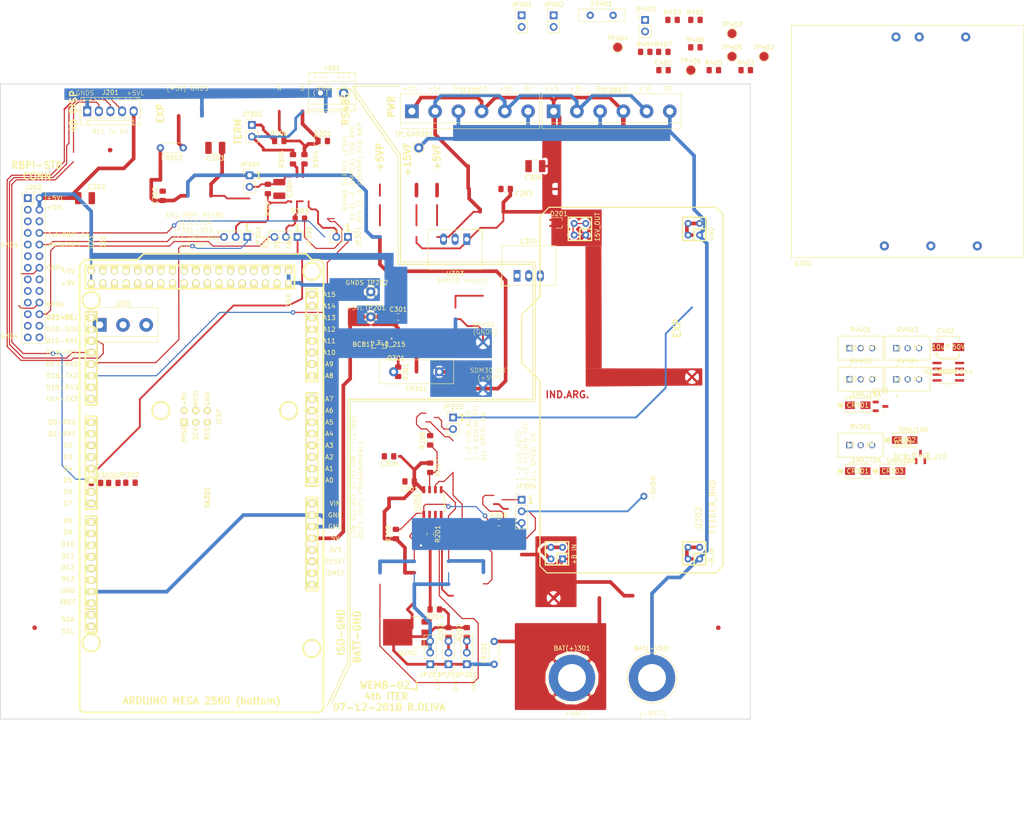
<source format=kicad_pcb>
(kicad_pcb (version 20171130) (host pcbnew "(5.0.0)")
  (title_block (title "WEMB_02h - Inicio Ruteo desde SCHEM") (date 2018-11-12) (company "UNPA+L&R ING / R.OLIVA CESE 2018"))
  (layers (0 F.Cu signal) (31 B.Cu signal) (34 B.Paste user) (35 F.Paste user) (36 B.SilkS user) (37 F.SilkS user) (38 B.Mask user) (39 F.Mask user) (44 Edge.Cuts user))
  (net 0 "")
  (net 1 /Power/BAT+)
  (net 2 Earth)
  (net 3 /Power/V+_Q_EMIT)
  (net 4 +15V)
  (net 5 +5F)
  (net 6 +5VP)
  (net 7 GNDS)
  (net 8 "Net-(C304-Pad1)")
  (net 9 /Power/+B_FEED)
  (net 10 /DataComm/A_OUT)
  (net 11 "Net-(FR201-Pad1)")
  (net 12 "Net-(FR302-Pad1)")
  (net 13 /DataComm/RESET_4D)
  (net 14 /DataComm/TX1_DISP)
  (net 15 /DataComm/RX1_DISP)
  (net 16 "/DataComm/TX_FROM_RBPI(TX0_14)")
  (net 17 /DataComm/RX_TO_RBPI)
  (net 18 /DataComm/D485_RBPI)
  (net 19 "Net-(JP201-Pad2)")
  (net 20 "Net-(JP202-Pad2)")
  (net 21 "Net-(JP205-Pad1)")
  (net 22 /DataComm/TX2_ARD)
  (net 23 "Net-(JP301-Pad2)")
  (net 24 "Net-(JP302-Pad2)")
  (net 25 /DataComm/RX2_ARD)
  (net 26 /DataComm/DIR_485_ARD)
  (net 27 /DataComm/D_485)
  (net 28 "Net-(JP305-Pad1)")
  (net 29 "Net-(LED201-Pad2)")
  (net 30 "Net-(LED202-Pad2)")
  (net 31 "Net-(LED203-Pad2)")
  (net 32 /Power/HYST1_IN)
  (net 33 /Power/SET1_IN)
  (net 34 /Power/HYST2_IN)
  (net 35 "Net-(POT205-Pad2)")
  (net 36 "Net-(Q201-Pad1)")
  (net 37 "Net-(Q301-Pad1)")
  (net 38 /Power/OUT1_SIG)
  (net 39 /Power/OUT2_SIG)
  (net 40 /DataComm/B_OUT)
  (net 41 "Net-(R213-Pad2)")
  (net 42 +5VL)
  (net 43 "Net-(JP307-Pad2)")
  (net 44 "Net-(JP306-Pad2)")
  (net 45 "Net-(JP308-Pad2)")
  (net 46 "Net-(D301-Pad1)")
  (net 47 +BATT)
  (net 48 "Net-(C203-Pad1)")
  (net 49 +3V3)
  (net 50 /LowV_Detect/+B_LVD)
  (net 51 "Net-(D201-Pad1)")
  (net 52 "Net-(D301-Pad2)")
  (net 53 "Net-(D302-Pad2)")
  (net 54 "Net-(D303-Pad2)")
  (net 55 "Net-(FR201-Pad2)")
  (net 56 "Net-(FR401-Pad1)")
  (net 57 "Net-(J202-Pad1)")
  (net 58 "Net-(J202-Pad3)")
  (net 59 "Net-(J202-Pad5)")
  (net 60 "Net-(J202-Pad6)")
  (net 61 "Net-(J202-Pad7)")
  (net 62 "Net-(J202-Pad11)")
  (net 63 "Net-(J202-Pad12)")
  (net 64 "Net-(J202-Pad13)")
  (net 65 "Net-(J202-Pad15)")
  (net 66 "Net-(J202-Pad16)")
  (net 67 "Net-(J202-Pad17)")
  (net 68 "Net-(J202-Pad18)")
  (net 69 "Net-(J202-Pad19)")
  (net 70 "Net-(J202-Pad21)")
  (net 71 "Net-(J202-Pad23)")
  (net 72 "Net-(J202-Pad24)")
  (net 73 "Net-(J202-Pad26)")
  (net 74 "Net-(JP203-Pad2)")
  (net 75 /Power/-FSHDN)
  (net 76 "Net-(JP302-Pad1)")
  (net 77 /Power/SDM_ON)
  (net 78 "Net-(JP304-Pad2)")
  (net 79 "Net-(JP305-Pad2)")
  (net 80 "Net-(JP401-Pad2)")
  (net 81 "Net-(JP402-Pad2)")
  (net 82 "Net-(R202-Pad2)")
  (net 83 "Net-(R206-Pad2)")
  (net 84 "Net-(R207-Pad2)")
  (net 85 /LowV_Detect/-FEED_SHDN)
  (net 86 "Net-(Q302-Pad1)")
  (net 87 /Power/SDM1)
  (net 88 "Net-(R401-Pad1)")
  (net 89 "Net-(R402-Pad1)")
  (net 90 "Net-(Q401-Pad1)")
  (net 91 "Net-(RV401-Pad2)")
  (net 92 "Net-(RV402-Pad2)")
  (net 93 "Net-(XA201-Pad2)")
  (net 94 "Net-(XA201-Pad3)")
  (net 95 "Net-(XA201-Pad4)")
  (net 96 "Net-(XA201-Pad8)")
  (net 97 "Net-(XA201-Pad9)")
  (net 98 "Net-(XA201-Pad10)")
  (net 99 "Net-(XA201-Pad11)")
  (net 100 "Net-(XA201-Pad12)")
  (net 101 "Net-(XA201-Pad13)")
  (net 102 "Net-(XA201-Pad14)")
  (net 103 "Net-(XA201-Pad15)")
  (net 104 "Net-(XA201-Pad16)")
  (net 105 "Net-(XA201-Pad17)")
  (net 106 "Net-(XA201-Pad18)")
  (net 107 "Net-(XA201-Pad19)")
  (net 108 "Net-(XA201-Pad20)")
  (net 109 "Net-(XA201-Pad21)")
  (net 110 "Net-(XA201-Pad22)")
  (net 111 "Net-(XA201-Pad23)")
  (net 112 "Net-(XA201-Pad24)")
  (net 113 "Net-(XA201-Pad26)")
  (net 114 "Net-(XA201-Pad27)")
  (net 115 "Net-(XA201-Pad28)")
  (net 116 "Net-(XA201-Pad30)")
  (net 117 "Net-(XA201-Pad31)")
  (net 118 "Net-(XA201-Pad32)")
  (net 119 "Net-(XA201-Pad33)")
  (net 120 "Net-(XA201-Pad34)")
  (net 121 "Net-(XA201-Pad35)")
  (net 122 "Net-(XA201-Pad36)")
  (net 123 "Net-(XA201-Pad37)")
  (net 124 "Net-(XA201-Pad38)")
  (net 125 "Net-(XA201-Pad39)")
  (net 126 "Net-(XA201-Pad40)")
  (net 127 "Net-(XA201-Pad41)")
  (net 128 "Net-(XA201-Pad44)")
  (net 129 "Net-(XA201-Pad45)")
  (net 130 "Net-(XA201-Pad46)")
  (net 131 "Net-(XA201-Pad47)")
  (net 132 "Net-(XA201-Pad48)")
  (net 133 "Net-(XA201-Pad49)")
  (net 134 "Net-(XA201-Pad50)")
  (net 135 "Net-(XA201-Pad51)")
  (net 136 "Net-(XA201-Pad52)")
  (net 137 "Net-(XA201-Pad53)")
  (net 138 "Net-(XA201-Pad54)")
  (net 139 "Net-(XA201-Pad55)")
  (net 140 "Net-(XA201-Pad56)")
  (net 141 "Net-(XA201-Pad57)")
  (net 142 "Net-(XA201-Pad58)")
  (net 143 "Net-(XA201-Pad59)")
  (net 144 "Net-(XA201-Pad61)")
  (net 145 "Net-(XA201-Pad62)")
  (net 146 "Net-(XA201-Pad67)")
  (net 147 "Net-(XA201-Pad68)")
  (net 148 "Net-(XA201-Pad69)")
  (net 149 "Net-(XA201-Pad70)")
  (net 150 "Net-(XA201-Pad71)")
  (net 151 "Net-(XA201-Pad72)")
  (net 152 "Net-(XA201-Pad75)")
  (net 153 "Net-(XA201-Pad76)")
  (net 154 "Net-(XA201-Pad77)")
  (net 155 "Net-(XA201-Pad78)")
  (net 156 "Net-(XA201-Pad79)")
  (net 157 "Net-(XA201-Pad80)")
  (net 158 "Net-(XA201-Pad81)")
  (net 159 "Net-(XA201-Pad82)")
  (net 160 "Net-(XA201-Pad84)")
  (net 161 "Net-(XA201-Pad85)")
  (net 162 "Net-(XA201-Pad86)")
  (net 163 "Net-(XA201-Pad87)")
  (net 164 "Net-(XA201-Pad88)")
  (net 165 "Net-(XA201-Pad89)")
  (net 166 "Net-(XA201-Pad90)")
  (net 167 "Net-(XA201-Pad91)")
  (net 168 "Net-(XA201-Pad92)")
  (net 169 "Net-(JP303-Pad1)")
  (net 170 "Net-(RV301-Pad2)")
  (module User2:BC817-40 (layer F.Cu) (at 143.8 78 180)
    (fp_text reference Q301 (at -3.75 -3 180) (layer F.SilkS))
    (fp_text value BC817-40_215 (at 0 0 180) (layer F.SilkS))
    (fp_text user * (at 0 0 180) (layer F.SilkS))
    (pad 1 smd rect (at -0.9525 0.9452 180) (size 0.5588 1.3208) (layers F.Cu F.Paste F.Mask) (net 37 "Net-(Q301-Pad1)"))
    (pad 2 smd rect (at 0.9525 0.9452 180) (size 0.5588 1.3208) (layers F.Cu F.Paste F.Mask) (net 2 Earth))
    (pad 3 smd rect (at 0 -0.84725 180) (size 0.5588 1.3208) (layers F.Cu F.Paste F.Mask) (net 76 "Net-(JP302-Pad1)"))
  )
  (module User2:BC817-40 (layer F.Cu) (at 262.211801 102.595801)
    (fp_text reference Q302 (at -3.75 -3) (layer F.SilkS))
    (fp_text value BC817-40_215 (at 0 0) (layer F.SilkS))
    (fp_text user * (at 0 0) (layer F.SilkS))
    (pad 3 smd rect (at 0 -0.84725) (size 0.5588 1.3208) (layers F.Cu F.Paste F.Mask) (net 169 "Net-(JP303-Pad1)"))
    (pad 2 smd rect (at 0.9525 0.9452) (size 0.5588 1.3208) (layers F.Cu F.Paste F.Mask) (net 2 Earth))
    (pad 1 smd rect (at -0.9525 0.9452) (size 0.5588 1.3208) (layers F.Cu F.Paste F.Mask) (net 86 "Net-(Q302-Pad1)"))
  )
  (module User2:EEE-1EA100WR (layer F.Cu) (at 268.317301 78.578101)
    (fp_text reference C402 (at -0.697301 -3.5) (layer F.SilkS))
    (fp_text value "10uF 50V" (at 0 0) (layer F.SilkS))
    (fp_text user * (at 0 0) (layer F.SilkS))
    (pad 2 smd rect (at 2.2098 0) (size 2.5146 1.778) (layers F.Cu F.Paste F.Mask) (net 2 Earth))
    (pad 1 smd rect (at -2.2098 0) (size 2.5146 1.778) (layers F.Cu F.Paste F.Mask) (net 50 /LowV_Detect/+B_LVD))
  )
  (module User2:ICL7665ACSA&plus_ (layer F.Cu) (at 268.304601 83.982101)
    (fp_text reference U401 (at 0 0) (layer F.SilkS))
    (fp_text value ICL7665ACSA+ (at 0 0) (layer F.SilkS))
    (fp_text user * (at -2.7178 -3.5814) (layer F.SilkS))
    (pad 8 smd rect (at 2.4638 -1.905) (size 1.9812 0.5334) (layers F.Cu F.Paste F.Mask) (net 50 /LowV_Detect/+B_LVD))
    (pad 7 smd rect (at 2.4638 -0.635) (size 1.9812 0.5334) (layers F.Cu F.Paste F.Mask) (net 87 /Power/SDM1))
    (pad 6 smd rect (at 2.4638 0.635) (size 1.9812 0.5334) (layers F.Cu F.Paste F.Mask) (net 89 "Net-(R402-Pad1)"))
    (pad 5 smd rect (at 2.4638 1.905) (size 1.9812 0.5334) (layers F.Cu F.Paste F.Mask) (net 92 "Net-(RV402-Pad2)"))
    (pad 4 smd rect (at -2.4638 1.905) (size 1.9812 0.5334) (layers F.Cu F.Paste F.Mask) (net 2 Earth))
    (pad 3 smd rect (at -2.4638 0.635) (size 1.9812 0.5334) (layers F.Cu F.Paste F.Mask) (net 88 "Net-(R401-Pad1)"))
    (pad 2 smd rect (at -2.4638 -0.635) (size 1.9812 0.5334) (layers F.Cu F.Paste F.Mask) (net 91 "Net-(RV401-Pad2)"))
    (pad 1 smd rect (at -2.4638 -1.905) (size 1.9812 0.5334) (layers F.Cu F.Paste F.Mask) (net 85 /LowV_Detect/-FEED_SHDN))
  )
  (module User2:PV36W103C01B00 (layer F.Cu) (at 261.880001 85.619401)
    (fp_text reference RV404 (at -2.5 -4) (layer F.SilkS))
    (fp_text value "10 K MT" (at -2.4892 0.0127) (layer F.SilkS))
    (fp_text user * (at 0 0) (layer F.SilkS))
    (pad 3 thru_hole circle (at 0.0216 0.0254) (size 1.3716 1.3716) (drill 0.8636) (layers *.Cu *.Mask) (net 92 "Net-(RV402-Pad2)"))
    (pad 2 thru_hole circle (at -2.4784 0.0254) (size 1.3716 1.3716) (drill 0.8636) (layers *.Cu *.Mask) (net 50 /LowV_Detect/+B_LVD))
    (pad 1 thru_hole rect (at -4.9784 0.0254) (size 1.3716 1.3716) (drill 0.8636) (layers *.Cu *.Mask) (net 50 /LowV_Detect/+B_LVD))
  )
  (module User2:PV36W103C01B00 (layer F.Cu) (at 261.880001 78.819401)
    (fp_text reference RV403 (at -2.5 -4) (layer F.SilkS))
    (fp_text value "10 K MT" (at -2.4892 0.0127) (layer F.SilkS))
    (fp_text user * (at 0 0) (layer F.SilkS))
    (pad 1 thru_hole rect (at -4.9784 0.0254) (size 1.3716 1.3716) (drill 0.8636) (layers *.Cu *.Mask) (net 50 /LowV_Detect/+B_LVD))
    (pad 2 thru_hole circle (at -2.4784 0.0254) (size 1.3716 1.3716) (drill 0.8636) (layers *.Cu *.Mask) (net 50 /LowV_Detect/+B_LVD))
    (pad 3 thru_hole circle (at 0.0216 0.0254) (size 1.3716 1.3716) (drill 0.8636) (layers *.Cu *.Mask) (net 91 "Net-(RV401-Pad2)"))
  )
  (module User2:PV36W103C01B00 (layer F.Cu) (at 251.620001 85.619401)
    (fp_text reference RV402 (at -2.5 -4) (layer F.SilkS))
    (fp_text value "100 K MT" (at -2.4892 0.0127) (layer F.SilkS))
    (fp_text user * (at 0 0) (layer F.SilkS))
    (pad 3 thru_hole circle (at 0.0216 0.0254) (size 1.3716 1.3716) (drill 0.8636) (layers *.Cu *.Mask) (net 92 "Net-(RV402-Pad2)"))
    (pad 2 thru_hole circle (at -2.4784 0.0254) (size 1.3716 1.3716) (drill 0.8636) (layers *.Cu *.Mask) (net 92 "Net-(RV402-Pad2)"))
    (pad 1 thru_hole rect (at -4.9784 0.0254) (size 1.3716 1.3716) (drill 0.8636) (layers *.Cu *.Mask) (net 89 "Net-(R402-Pad1)"))
  )
  (module User2:PV36W103C01B00 (layer F.Cu) (at 251.620001 78.819401)
    (fp_text reference RV401 (at -2.5 -4) (layer F.SilkS))
    (fp_text value "100 K MT" (at -2.4892 0.0127) (layer F.SilkS))
    (fp_text user * (at 0 0) (layer F.SilkS))
    (pad 1 thru_hole rect (at -4.9784 0.0254) (size 1.3716 1.3716) (drill 0.8636) (layers *.Cu *.Mask) (net 88 "Net-(R401-Pad1)"))
    (pad 2 thru_hole circle (at -2.4784 0.0254) (size 1.3716 1.3716) (drill 0.8636) (layers *.Cu *.Mask) (net 91 "Net-(RV401-Pad2)"))
    (pad 3 thru_hole circle (at 0.0216 0.0254) (size 1.3716 1.3716) (drill 0.8636) (layers *.Cu *.Mask) (net 91 "Net-(RV401-Pad2)"))
  )
  (module User2:PV36W103C01B00 (layer F.Cu) (at 251.620001 100.029401)
    (fp_text reference RV301 (at -2.5 -4) (layer F.SilkS))
    (fp_text value "10 K MT" (at -2.4892 0.0127) (layer F.SilkS))
    (fp_text user * (at 0 0) (layer F.SilkS))
    (pad 3 thru_hole circle (at 0.0216 0.0254) (size 1.3716 1.3716) (drill 0.8636) (layers *.Cu *.Mask) (net 170 "Net-(RV301-Pad2)"))
    (pad 2 thru_hole circle (at -2.4784 0.0254) (size 1.3716 1.3716) (drill 0.8636) (layers *.Cu *.Mask) (net 170 "Net-(RV301-Pad2)"))
    (pad 1 thru_hole rect (at -4.9784 0.0254) (size 1.3716 1.3716) (drill 0.8636) (layers *.Cu *.Mask) (net 7 GNDS))
  )
  (module User2:SMAJ70A (layer F.Cu) (at 256.115801 105.737201)
    (fp_text reference CR303 (at 0 0) (layer F.SilkS))
    (fp_text value SMAJ05A (at 1.864199 -2.297201) (layer F.SilkS))
    (fp_text user * (at 0 0) (layer F.SilkS))
    (pad 2 smd rect (at 1.7018 0 90) (size 1.651 2.1844) (layers F.Cu F.Paste F.Mask) (net 2 Earth))
    (pad 1 smd rect (at -1.7018 0 90) (size 1.651 2.1844) (layers F.Cu F.Paste F.Mask) (net 5 +5F))
  )
  (module User2:SMAJ70A (layer F.Cu) (at 258.755801 98.937201)
    (fp_text reference CR302 (at 0 0) (layer F.SilkS))
    (fp_text value SMAJ15A (at 1.864199 -2.297201) (layer F.SilkS))
    (fp_text user * (at 0 0) (layer F.SilkS))
    (pad 1 smd rect (at -1.7018 0 90) (size 1.651 2.1844) (layers F.Cu F.Paste F.Mask) (net 4 +15V))
    (pad 2 smd rect (at 1.7018 0 90) (size 1.651 2.1844) (layers F.Cu F.Paste F.Mask) (net 2 Earth))
  )
  (module User2:SMAJ70A (layer F.Cu) (at 248.495801 105.737201)
    (fp_text reference CR301 (at 0 0) (layer F.SilkS))
    (fp_text value SMAJ70A (at 1.864199 -2.297201) (layer F.SilkS))
    (fp_text user * (at 0 0) (layer F.SilkS))
    (pad 2 smd rect (at 1.7018 0 90) (size 1.651 2.1844) (layers F.Cu F.Paste F.Mask) (net 2 Earth))
    (pad 1 smd rect (at -1.7018 0 90) (size 1.651 2.1844) (layers F.Cu F.Paste F.Mask) (net 9 /Power/+B_FEED))
  )
  (module User2:SMAJ70A (layer F.Cu) (at 248.495801 91.327201)
    (fp_text reference CR401 (at 0 0) (layer F.SilkS))
    (fp_text value SMAJ15A (at 1.864199 -2.297201) (layer F.SilkS))
    (fp_text user * (at 0 0) (layer F.SilkS))
    (pad 1 smd rect (at -1.7018 0 90) (size 1.651 2.1844) (layers F.Cu F.Paste F.Mask) (net 50 /LowV_Detect/+B_LVD))
    (pad 2 smd rect (at 1.7018 0 90) (size 1.651 2.1844) (layers F.Cu F.Paste F.Mask) (net 2 Earth))
  )
  (module User2:SOT-23-3 (layer F.Cu) (at 253.470001 91.575001)
    (fp_text reference Q401 (at 0.025 -3.375) (layer F.SilkS))
    (fp_text value MMBTA42LT1G)
    (pad 1 smd rect (at -1.05 -0.95) (size 1.3 0.6) (layers F.Cu F.Paste F.Mask) (net 90 "Net-(Q401-Pad1)"))
    (pad 2 smd rect (at -1.05 0.95) (size 1.3 0.6) (layers F.Cu F.Paste F.Mask) (net 50 /LowV_Detect/+B_LVD))
    (pad 3 smd rect (at 1.05 0) (size 1.3 0.6) (layers F.Cu F.Paste F.Mask) (net 56 "Net-(FR401-Pad1)"))
  )
  (module Capacitor_SMD:C_0805_2012Metric_Pad1.15x1.40mm_HandSolder (layer F.Cu) (at 146 102.5 180)
    (fp_text reference C305 (at 0 -1.65 180) (layer F.SilkS))
    (fp_text value "0.1uF 50V MLCC")
    (pad 2 smd roundrect (at 1.025 0 180) (size 1.15 1.4) (layers F.Cu F.Paste F.Mask) (roundrect_rratio 0.217391) (net 2 Earth))
    (pad 1 smd roundrect (at -1.025 0 180) (size 1.15 1.4) (layers F.Cu F.Paste F.Mask) (roundrect_rratio 0.217391) (net 4 +15V))
  )
  (module Capacitor_SMD:C_1210_3225Metric_Pad1.42x2.65mm_HandSolder (layer F.Cu) (at 122 44 270)
    (fp_text reference C304 (at 0 -2.28 270) (layer F.SilkS))
    (fp_text value "10uF 50V")
    (pad 2 smd roundrect (at 1.4875 0 270) (size 1.425 2.65) (layers F.Cu F.Paste F.Mask) (roundrect_rratio 0.175439) (net 2 Earth))
    (pad 1 smd roundrect (at -1.4875 0 270) (size 1.425 2.65) (layers F.Cu F.Paste F.Mask) (roundrect_rratio 0.175439) (net 4 +15V))
  )
  (module Capacitor_THT:C_Disc_D16.0mm_W5.0mm_P10.00mm (layer F.Cu) (at 157 84 180)
    (fp_text reference FR301 (at 5 -3.75 180) (layer F.SilkS))
    (fp_text value "2.7 A")
    (pad 2 thru_hole circle (at 10 0 180) (size 2 2) (drill 1) (layers *.Cu *.Mask) (net 47 +BATT))
    (pad 1 thru_hole circle (at 0 0 180) (size 2 2) (drill 1) (layers *.Cu *.Mask) (net 9 /Power/+B_FEED))
  )
  (module Capacitor_THT:C_Disc_D4.3mm_W1.9mm_P5.00mm (layer F.Cu) (at 169 148 90)
    (fp_text reference FR201 (at 2.5 -2.2 90) (layer F.SilkS))
    (fp_text value 1.5A)
    (pad 2 thru_hole circle (at 5 0 90) (size 1.6 1.6) (drill 0.8) (layers *.Cu *.Mask) (net 55 "Net-(FR201-Pad2)"))
    (pad 1 thru_hole circle (at 0 0 90) (size 1.6 1.6) (drill 0.8) (layers *.Cu *.Mask) (net 6 +5VP))
  )
  (module Connector_PinHeader_2.54mm:PinHeader_1x02_P2.54mm_Vertical (layer F.Cu) (at 115.5 41)
    (fp_text reference JP304 (at 0 -2.33) (layer F.SilkS))
    (fp_text value Jumper_2_Open)
    (pad 2 thru_hole oval (at 0 2.54) (size 1.7 1.7) (drill 1) (layers *.Cu *.Mask) (net 78 "Net-(JP304-Pad2)"))
    (pad 1 thru_hole rect (at 0 0) (size 1.7 1.7) (drill 1) (layers *.Cu *.Mask) (net 5 +5F))
  )
  (module Connector_PinHeader_2.54mm:PinHeader_1x02_P2.54mm_Vertical (layer F.Cu) (at 160 94)
    (fp_text reference JP205 (at 0 -2.33) (layer F.SilkS))
    (fp_text value TER)
    (pad 2 thru_hole oval (at 0 2.54) (size 1.7 1.7) (drill 1) (layers *.Cu *.Mask) (net 51 "Net-(D201-Pad1)"))
    (pad 1 thru_hole rect (at 0 0) (size 1.7 1.7) (drill 1) (layers *.Cu *.Mask) (net 21 "Net-(JP205-Pad1)"))
  )
  (module Connector_PinHeader_2.54mm:PinHeader_1x02_P2.54mm_Vertical (layer F.Cu) (at 137 54.5 270)
    (fp_text reference JP301 (at 0 -2.33 270) (layer F.SilkS))
    (fp_text value Jumper_2_Open)
    (pad 2 thru_hole oval (at 0 2.54 270) (size 1.7 1.7) (drill 1) (layers *.Cu *.Mask) (net 23 "Net-(JP301-Pad2)"))
    (pad 1 thru_hole rect (at 0 0 270) (size 1.7 1.7) (drill 1) (layers *.Cu *.Mask) (net 4 +15V))
  )
  (module Connector_PinHeader_2.54mm:PinHeader_1x03_P2.54mm_Vertical (layer F.Cu) (at 163 148 180)
    (fp_text reference JP201 (at 0 -2.33 180) (layer F.SilkS))
    (fp_text value "RX TO RBPI/ARD")
    (pad 3 thru_hole oval (at 0 5.08 180) (size 1.7 1.7) (drill 1) (layers *.Cu *.Mask) (net 17 /DataComm/RX_TO_RBPI))
    (pad 2 thru_hole oval (at 0 2.54 180) (size 1.7 1.7) (drill 1) (layers *.Cu *.Mask) (net 19 "Net-(JP201-Pad2)"))
    (pad 1 thru_hole rect (at 0 0 180) (size 1.7 1.7) (drill 1) (layers *.Cu *.Mask) (net 25 /DataComm/RX2_ARD))
  )
  (module Connector_PinHeader_2.54mm:PinHeader_1x03_P2.54mm_Vertical (layer F.Cu) (at 159 148 180)
    (fp_text reference JP202 (at 0 -2.33 180) (layer F.SilkS))
    (fp_text value "TX_FROM RBPI/ARD")
    (pad 3 thru_hole oval (at 0 5.08 180) (size 1.7 1.7) (drill 1) (layers *.Cu *.Mask) (net 16 "/DataComm/TX_FROM_RBPI(TX0_14)"))
    (pad 2 thru_hole oval (at 0 2.54 180) (size 1.7 1.7) (drill 1) (layers *.Cu *.Mask) (net 20 "Net-(JP202-Pad2)"))
    (pad 1 thru_hole rect (at 0 0 180) (size 1.7 1.7) (drill 1) (layers *.Cu *.Mask) (net 22 /DataComm/TX2_ARD))
  )
  (module Connector_PinHeader_2.54mm:PinHeader_1x03_P2.54mm_Vertical (layer F.Cu) (at 155 148 180)
    (fp_text reference JP203 (at 0 -2.33 180) (layer F.SilkS))
    (fp_text value "DIR_485 FROM RBPI/ARD")
    (pad 3 thru_hole oval (at 0 5.08 180) (size 1.7 1.7) (drill 1) (layers *.Cu *.Mask) (net 18 /DataComm/D485_RBPI))
    (pad 2 thru_hole oval (at 0 2.54 180) (size 1.7 1.7) (drill 1) (layers *.Cu *.Mask) (net 74 "Net-(JP203-Pad2)"))
    (pad 1 thru_hole rect (at 0 0 180) (size 1.7 1.7) (drill 1) (layers *.Cu *.Mask) (net 26 /DataComm/DIR_485_ARD))
  )
  (module LED_SMD:LED_0805_2012Metric_Pad1.15x1.40mm_HandSolder (layer F.Cu) (at 131.5 33.5)
    (fp_text reference D301 (at 0 -1.65) (layer F.SilkS))
    (fp_text value "+5V_F ON")
    (pad 2 smd roundrect (at 1.025 0) (size 1.15 1.4) (layers F.Cu F.Paste F.Mask) (roundrect_rratio 0.217391) (net 52 "Net-(D301-Pad2)"))
    (pad 1 smd roundrect (at -1.025 0) (size 1.15 1.4) (layers F.Cu F.Paste F.Mask) (roundrect_rratio 0.217391) (net 2 Earth))
  )
  (module Package_SO:SOIC-8_3.9x4.9mm_P1.27mm (layer F.Cu) (at 155.5 112.5 90)
    (fp_text reference U201 (at 0 -3.5 90) (layer F.SilkS))
    (fp_text value SN75HVD08)
    (pad 8 smd rect (at 2.7 -1.905 90) (size 1.55 0.6) (layers F.Cu F.Paste F.Mask) (net 48 "Net-(C203-Pad1)"))
    (pad 7 smd rect (at 2.7 -0.635 90) (size 1.55 0.6) (layers F.Cu F.Paste F.Mask) (net 83 "Net-(R206-Pad2)"))
    (pad 6 smd rect (at 2.7 0.635 90) (size 1.55 0.6) (layers F.Cu F.Paste F.Mask) (net 84 "Net-(R207-Pad2)"))
    (pad 5 smd rect (at 2.7 1.905 90) (size 1.55 0.6) (layers F.Cu F.Paste F.Mask) (net 7 GNDS))
    (pad 4 smd rect (at -2.7 1.905 90) (size 1.55 0.6) (layers F.Cu F.Paste F.Mask) (net 20 "Net-(JP202-Pad2)"))
    (pad 3 smd rect (at -2.7 0.635 90) (size 1.55 0.6) (layers F.Cu F.Paste F.Mask) (net 74 "Net-(JP203-Pad2)"))
    (pad 2 smd rect (at -2.7 -0.635 90) (size 1.55 0.6) (layers F.Cu F.Paste F.Mask) (net 74 "Net-(JP203-Pad2)"))
    (pad 1 smd rect (at -2.7 -1.905 90) (size 1.55 0.6) (layers F.Cu F.Paste F.Mask) (net 19 "Net-(JP201-Pad2)"))
  )
  (module Package_TO_SOT_SMD:TO-252-3_TabPin4 (layer F.Cu) (at 150 141 180)
    (fp_text reference Q201 (at 0 -4.5 180) (layer F.SilkS))
    (fp_text value IRFR9024)
    (pad 4 smd rect (at 2.1 0 180) (size 6.4 5.8) (layers F.Cu F.Mask))
    (pad 3 smd rect (at -4.2 2.28 180) (size 2.2 1.2) (layers F.Cu F.Paste F.Mask) (net 42 +5VL))
    (pad 2 smd rect (at -4.2 0 180) (size 2.2 1.2) (layers F.Cu F.Paste F.Mask) (net 55 "Net-(FR201-Pad2)"))
    (pad 1 smd rect (at -4.2 -2.28 180) (size 2.2 1.2) (layers F.Cu F.Paste F.Mask) (net 36 "Net-(Q201-Pad1)"))
  )
  (module TerminalBlock_RND:TerminalBlock_RND_205-00232_1x02_P5.08mm_Horizontal (layer F.Cu) (at 131 23)
    (fp_text reference J301 (at 2.54 -5.46) (layer F.SilkS))
    (fp_text value EXP_PWR)
    (pad 2 thru_hole circle (at 5.08 0) (size 2.1 2.1) (drill 1.1) (layers *.Cu *.Mask) (net 7 GNDS))
    (pad 1 thru_hole rect (at 0 0) (size 2.1 2.1) (drill 1.1) (layers *.Cu *.Mask) (net 12 "Net-(FR302-Pad1)"))
  )
  (module User2:Global_feeder (layer F.Cu) (at 219 128 90)
    (fp_text reference U302 (at 12 -5.25 90) (layer F.SilkS) (effects (font (size 1.27 1.27))))
    (fp_text value FEEDER_BRD (at 14.5 -2.25 90) (layer F.SilkS) (effects (font (size 1.27 1.27))))
    (fp_text user 15V_OUT (at 75.692 -27.432 90) (layer F.SilkS))
    (fp_text user GND (at 74.168 -2.54 90) (layer F.SilkS))
    (fp_text user -SHDN (at 18.542 -15.24 90) (layer F.SilkS))
    (fp_text user +B_IN (at 4.064 -32.512 90) (layer F.SilkS))
    (fp_text user -B_IN (at 3.302 -2.54 90) (layer F.SilkS))
    (pad 17 thru_hole circle (at 76.454 -29.972 90) (size 1.524 1.524) (drill 0.762) (layers *.Cu *.Mask))
    (pad 16 thru_hole circle (at 76.454 -32.512 90) (size 1.524 1.524) (drill 0.762) (layers *.Cu *.Mask))
    (pad 15 thru_hole circle (at 73.914 -32.512 90) (size 1.524 1.524) (drill 0.762) (layers *.Cu *.Mask))
    (pad 14 thru_hole circle (at 76.454 -5.08 90) (size 1.524 1.524) (drill 0.762) (layers *.Cu *.Mask))
    (pad 13 thru_hole circle (at 76.454 -7.62 90) (size 1.524 1.524) (drill 0.762) (layers *.Cu *.Mask))
    (pad 12 thru_hole circle (at 73.914 -7.62 90) (size 1.524 1.524) (drill 0.762) (layers *.Cu *.Mask))
    (pad 11 thru_hole circle (at 5.588 -5.08 90) (size 1.524 1.524) (drill 0.762) (layers *.Cu *.Mask))
    (pad 10 thru_hole circle (at 5.588 -7.62 90) (size 1.524 1.524) (drill 0.762) (layers *.Cu *.Mask))
    (pad 9 thru_hole circle (at 3.048 -7.62 90) (size 1.524 1.524) (drill 0.762) (layers *.Cu *.Mask))
    (pad 8 thru_hole circle (at 5.588 -35.052 90) (size 1.524 1.524) (drill 0.762) (layers *.Cu *.Mask))
    (pad 7 thru_hole circle (at 5.588 -37.592 90) (size 1.524 1.524) (drill 0.762) (layers *.Cu *.Mask))
    (pad 6 thru_hole circle (at 3.048 -37.592 90) (size 1.524 1.524) (drill 0.762) (layers *.Cu *.Mask))
    (pad 5 thru_hole circle (at 73.914 -5.08 90) (size 1.524 1.524) (drill 0.762) (layers *.Cu *.Mask) (net 2 Earth))
    (pad 4 thru_hole circle (at 73.914 -29.972 90) (size 1.524 1.524) (drill 0.762) (layers *.Cu *.Mask) (net 4 +15V))
    (pad 3 thru_hole circle (at 16.764 -17.272 90) (size 1.524 1.524) (drill 0.762) (layers *.Cu *.Mask) (net 75 /Power/-FSHDN))
    (pad 2 thru_hole circle (at 3.048 -5.08 90) (size 1.524 1.524) (drill 0.762) (layers *.Cu *.Mask) (net 2 Earth))
    (pad 1 thru_hole trapezoid (at 3.048 -35.052 90) (size 1.524 1.524) (drill 0.762) (layers *.Cu *.Mask) (net 9 /Power/+B_FEED))
  )
  (module TestPoint:TestPoint_THTPad_D2.0mm_Drill1.0mm (layer F.Cu) (at 152.5 35)
    (fp_text reference TP_GND301 (at -1 -3) (layer F.SilkS))
    (fp_text value TP2)
    (pad 1 thru_hole circle (at 0 0) (size 2 2) (drill 1) (layers *.Cu *.Mask) (net 2 Earth))
  )
  (module Capacitor_SMD:C_1210_3225Metric_Pad1.42x2.65mm_HandSolder (layer F.Cu) (at 79.5125 46)
    (fp_text reference C202 (at 2.4875 -2.5) (layer F.SilkS))
    (fp_text value "4.7uF 50V MLCC")
    (pad 2 smd roundrect (at 1.4875 0) (size 1.425 2.65) (layers F.Cu F.Paste F.Mask) (roundrect_rratio 0.175439) (net 7 GNDS))
    (pad 1 smd roundrect (at -1.4875 0) (size 1.425 2.65) (layers F.Cu F.Paste F.Mask) (roundrect_rratio 0.175439) (net 42 +5VL))
  )
  (module Fiducial:Fiducial_1mm_Dia_2mm_Outer (layer F.Cu) (at 68.5 140)
    (fp_text reference F103 hide)
    (fp_text value Fiducial)
    (pad ~ smd circle (at 0 0) (size 1 1) (layers F.Cu F.Mask) (clearance 0.5))
  )
  (module TestPoint:TestPoint_THTPad_D2.0mm_Drill1.0mm (layer F.Cu) (at 142 72)
    (fp_text reference TP201 (at 1 -2) (layer F.SilkS))
    (fp_text value +5VLtp)
    (pad 1 thru_hole circle (at 0 0) (size 2 2) (drill 1) (layers *.Cu *.Mask) (net 42 +5VL))
  )
  (module TestPoint:TestPoint_THTPad_D2.0mm_Drill1.0mm (layer F.Cu) (at 142 66.5)
    (fp_text reference TP202 (at 1.5 -2) (layer F.SilkS))
    (fp_text value GNDS)
    (pad 1 thru_hole circle (at 0 0) (size 2 2) (drill 1) (layers *.Cu *.Mask) (net 7 GNDS))
  )
  (module Capacitor_SMD:C_1210_3225Metric_Pad1.42x2.65mm_HandSolder (layer F.Cu) (at 178 39 180)
    (fp_text reference C306 (at 0.5 -2.5 180) (layer F.SilkS))
    (fp_text value "10uF 50V MLCC")
    (pad 2 smd roundrect (at 1.4875 0 180) (size 1.425 2.65) (layers F.Cu F.Paste F.Mask) (roundrect_rratio 0.175439) (net 2 Earth))
    (pad 1 smd roundrect (at -1.4875 0 180) (size 1.425 2.65) (layers F.Cu F.Paste F.Mask) (roundrect_rratio 0.175439) (net 5 +5F))
  )
  (module Fiducial:Fiducial_1mm_Dia_2mm_Outer (layer F.Cu) (at 85 35.5)
    (fp_text reference F102 hide)
    (fp_text value Fiducial)
    (pad ~ smd circle (at 0 0) (size 1 1) (layers F.Cu F.Mask) (clearance 0.5))
  )
  (module Fiducial:Fiducial_1mm_Dia_2mm_Outer (layer F.Cu) (at 218 140)
    (fp_text reference F101 hide)
    (fp_text value Fiducial)
    (pad ~ smd circle (at 0 0) (size 1 1) (layers F.Cu F.Mask) (clearance 0.5))
  )
  (module MountingHole:MountingHole_4mm (layer F.Cu) (at 218 153)
    (fp_text reference MH102 hide)
    (fp_text value MH4mm)
    (pad 1 np_thru_hole circle (at 0 0) (size 4 4) (drill 4) (layers *.Cu *.Mask))
  )
  (module MountingHole:MountingHole_4mm (layer F.Cu) (at 218 28)
    (fp_text reference MH104 hide)
    (fp_text value MH4mm)
    (pad 1 np_thru_hole circle (at 0 0) (size 4 4) (drill 4) (layers *.Cu *.Mask))
  )
  (module MountingHole:MountingHole_4mm (layer F.Cu) (at 68 153)
    (fp_text reference MH103 hide)
    (fp_text value MH4mm)
    (pad 1 np_thru_hole circle (at 0 0) (size 4 4) (drill 4) (layers *.Cu *.Mask))
  )
  (module MountingHole:MountingHole_4mm (layer F.Cu) (at 68 28)
    (fp_text reference MH101 hide)
    (fp_text value MH4mm)
    (pad 1 np_thru_hole circle (at 0 0) (size 4 4) (drill 4) (layers *.Cu *.Mask))
  )
  (module Capacitor_SMD:C_0805_2012Metric_Pad1.15x1.40mm_HandSolder (layer F.Cu) (at 150.5 108 180)
    (fp_text reference C201 (at 0 -1.65 180) (layer F.SilkS))
    (fp_text value "0.1uF 50V")
    (pad 2 smd roundrect (at 1.025 0 180) (size 1.15 1.4) (layers F.Cu F.Paste F.Mask) (roundrect_rratio 0.217391) (net 7 GNDS))
    (pad 1 smd roundrect (at -1.025 0 180) (size 1.15 1.4) (layers F.Cu F.Paste F.Mask) (roundrect_rratio 0.217391) (net 42 +5VL))
  )
  (module Capacitor_SMD:C_0805_2012Metric_Pad1.15x1.40mm_HandSolder (layer F.Cu) (at 171.5 44 180)
    (fp_text reference C203 (at -4 -1 180) (layer F.SilkS))
    (fp_text value "0.1uF 50V")
    (pad 2 smd roundrect (at 1.025 0 180) (size 1.15 1.4) (layers F.Cu F.Paste F.Mask) (roundrect_rratio 0.217391) (net 7 GNDS))
    (pad 1 smd roundrect (at -1.025 0 180) (size 1.15 1.4) (layers F.Cu F.Paste F.Mask) (roundrect_rratio 0.217391) (net 48 "Net-(C203-Pad1)"))
  )
  (module Capacitor_SMD:C_0805_2012Metric_Pad1.15x1.40mm_HandSolder (layer F.Cu) (at 148 72)
    (fp_text reference C301 (at 0 -1.65) (layer F.SilkS))
    (fp_text value "0.1uF 50V MLCC")
    (pad 2 smd roundrect (at 1.025 0) (size 1.15 1.4) (layers F.Cu F.Paste F.Mask) (roundrect_rratio 0.217391) (net 7 GNDS))
    (pad 1 smd roundrect (at -1.025 0) (size 1.15 1.4) (layers F.Cu F.Paste F.Mask) (roundrect_rratio 0.217391) (net 6 +5VP))
  )
  (module Capacitor_SMD:C_0805_2012Metric_Pad1.15x1.40mm_HandSolder (layer F.Cu) (at 96.5 45.5 90)
    (fp_text reference C302 (at 0 -1.65 90) (layer F.SilkS))
    (fp_text value "0.1uF 50V")
    (pad 2 smd roundrect (at 1.025 0 90) (size 1.15 1.4) (layers F.Cu F.Paste F.Mask) (roundrect_rratio 0.217391) (net 6 +5VP))
    (pad 1 smd roundrect (at -1.025 0 90) (size 1.15 1.4) (layers F.Cu F.Paste F.Mask) (roundrect_rratio 0.217391) (net 7 GNDS))
  )
  (module Capacitor_SMD:C_1210_3225Metric_Pad1.42x2.65mm_HandSolder (layer F.Cu) (at 108 35 180)
    (fp_text reference C303 (at 0 -2.28 180) (layer F.SilkS))
    (fp_text value "10uF 50V MLCC")
    (pad 2 smd roundrect (at 1.4875 0 180) (size 1.425 2.65) (layers F.Cu F.Paste F.Mask) (roundrect_rratio 0.175439) (net 7 GNDS))
    (pad 1 smd roundrect (at -1.4875 0 180) (size 1.425 2.65) (layers F.Cu F.Paste F.Mask) (roundrect_rratio 0.175439) (net 49 +3V3))
  )
  (module Capacitor_THT:C_Disc_D4.3mm_W1.9mm_P5.00mm (layer F.Cu) (at 101 35 180)
    (fp_text reference FR302 (at 2.5 -2.2 180) (layer F.SilkS))
    (fp_text value 1.5A)
    (pad 2 thru_hole circle (at 5 0 180) (size 1.6 1.6) (drill 0.8) (layers *.Cu *.Mask) (net 6 +5VP))
    (pad 1 thru_hole circle (at 0 0 180) (size 1.6 1.6) (drill 0.8) (layers *.Cu *.Mask) (net 12 "Net-(FR302-Pad1)"))
  )
  (module Connector_PinHeader_2.54mm:PinHeader_1x03_P2.54mm_Vertical (layer F.Cu) (at 175 112)
    (fp_text reference JP204 (at 1 -3) (layer F.SilkS))
    (fp_text value +3V3RBPI/+5VARD)
    (pad 3 thru_hole oval (at 0 5.08) (size 1.7 1.7) (drill 1) (layers *.Cu *.Mask) (net 49 +3V3))
    (pad 2 thru_hole oval (at 0 2.54) (size 1.7 1.7) (drill 1) (layers *.Cu *.Mask) (net 48 "Net-(C203-Pad1)"))
    (pad 1 thru_hole rect (at 0 0) (size 1.7 1.7) (drill 1) (layers *.Cu *.Mask) (net 6 +5VP))
  )
  (module Connector_PinHeader_2.54mm:PinHeader_1x03_P2.54mm_Vertical (layer F.Cu) (at 115 54.5 270)
    (fp_text reference JP302 (at 0 -2.5 270) (layer F.SilkS))
    (fp_text value MAN/-AUTO)
    (pad 3 thru_hole oval (at 0 5.08 270) (size 1.7 1.7) (drill 1) (layers *.Cu *.Mask) (net 2 Earth))
    (pad 2 thru_hole oval (at 0 2.54 270) (size 1.7 1.7) (drill 1) (layers *.Cu *.Mask) (net 75 /Power/-FSHDN))
    (pad 1 thru_hole rect (at 0 0 270) (size 1.7 1.7) (drill 1) (layers *.Cu *.Mask) (net 76 "Net-(JP302-Pad1)"))
  )
  (module Connector_PinHeader_2.54mm:PinHeader_1x03_P2.54mm_Vertical (layer F.Cu) (at 126 54.5 270)
    (fp_text reference JP303 (at 0 -2.5 270) (layer F.SilkS))
    (fp_text value MAN/-AUTO)
    (pad 3 thru_hole oval (at 0 5.08 270) (size 1.7 1.7) (drill 1) (layers *.Cu *.Mask) (net 2 Earth))
    (pad 2 thru_hole oval (at 0 2.54 270) (size 1.7 1.7) (drill 1) (layers *.Cu *.Mask) (net 77 /Power/SDM_ON))
    (pad 1 thru_hole rect (at 0 0 270) (size 1.7 1.7) (drill 1) (layers *.Cu *.Mask) (net 169 "Net-(JP303-Pad1)"))
  )
  (module Connector_PinHeader_2.54mm:PinHeader_1x02_P2.54mm_Vertical (layer F.Cu) (at 116 30)
    (fp_text reference JP305 (at 0 -2.33) (layer F.SilkS))
    (fp_text value Jumper_2_Open)
    (pad 2 thru_hole oval (at 0 2.54) (size 1.7 1.7) (drill 1) (layers *.Cu *.Mask) (net 79 "Net-(JP305-Pad2)"))
    (pad 1 thru_hole rect (at 0 0) (size 1.7 1.7) (drill 1) (layers *.Cu *.Mask) (net 6 +5VP))
  )
  (module Resistor_SMD:R_0805_2012Metric_Pad1.15x1.40mm_HandSolder (layer F.Cu) (at 155 119.5 270)
    (fp_text reference R201 (at 0 -1.65 270) (layer F.SilkS))
    (fp_text value 100K)
    (pad 2 smd roundrect (at 1.025 0 270) (size 1.15 1.4) (layers F.Cu F.Paste F.Mask) (roundrect_rratio 0.217391) (net 7 GNDS))
    (pad 1 smd roundrect (at -1.025 0 270) (size 1.15 1.4) (layers F.Cu F.Paste F.Mask) (roundrect_rratio 0.217391) (net 36 "Net-(Q201-Pad1)"))
  )
  (module Resistor_SMD:R_0805_2012Metric_Pad1.15x1.40mm_HandSolder (layer F.Cu) (at 163 141 90)
    (fp_text reference R202 (at 0 -1.65 90) (layer F.SilkS))
    (fp_text value 1K)
    (pad 2 smd roundrect (at 1.025 0 90) (size 1.15 1.4) (layers F.Cu F.Paste F.Mask) (roundrect_rratio 0.217391) (net 82 "Net-(R202-Pad2)"))
    (pad 1 smd roundrect (at -1.025 0 90) (size 1.15 1.4) (layers F.Cu F.Paste F.Mask) (roundrect_rratio 0.217391) (net 13 /DataComm/RESET_4D))
  )
  (module Resistor_SMD:R_0805_2012Metric_Pad1.15x1.40mm_HandSolder (layer F.Cu) (at 159 141 90)
    (fp_text reference R203 (at 0 -1.65 90) (layer F.SilkS))
    (fp_text value 10K)
    (pad 2 smd roundrect (at 1.025 0 90) (size 1.15 1.4) (layers F.Cu F.Paste F.Mask) (roundrect_rratio 0.217391) (net 7 GNDS))
    (pad 1 smd roundrect (at -1.025 0 90) (size 1.15 1.4) (layers F.Cu F.Paste F.Mask) (roundrect_rratio 0.217391) (net 74 "Net-(JP203-Pad2)"))
  )
  (module Resistor_SMD:R_0805_2012Metric_Pad1.15x1.40mm_HandSolder (layer F.Cu) (at 156 136 180)
    (fp_text reference R204 (at 0 -1.65 180) (layer F.SilkS))
    (fp_text value 10K)
    (pad 2 smd roundrect (at 1.025 0 180) (size 1.15 1.4) (layers F.Cu F.Paste F.Mask) (roundrect_rratio 0.217391) (net 19 "Net-(JP201-Pad2)"))
    (pad 1 smd roundrect (at -1.025 0 180) (size 1.15 1.4) (layers F.Cu F.Paste F.Mask) (roundrect_rratio 0.217391) (net 48 "Net-(C203-Pad1)"))
  )
  (module Resistor_SMD:R_0805_2012Metric_Pad1.15x1.40mm_HandSolder (layer F.Cu) (at 147.5 119.5 90)
    (fp_text reference R205 (at 0 -1.65 90) (layer F.SilkS))
    (fp_text value 10K)
    (pad 2 smd roundrect (at 1.025 0 90) (size 1.15 1.4) (layers F.Cu F.Paste F.Mask) (roundrect_rratio 0.217391) (net 7 GNDS))
    (pad 1 smd roundrect (at -1.025 0 90) (size 1.15 1.4) (layers F.Cu F.Paste F.Mask) (roundrect_rratio 0.217391) (net 20 "Net-(JP202-Pad2)"))
  )
  (module Resistor_SMD:R_0805_2012Metric_Pad1.15x1.40mm_HandSolder (layer F.Cu) (at 170 117)
    (fp_text reference R206 (at 0 -1.65) (layer F.SilkS))
    (fp_text value 47R)
    (pad 2 smd roundrect (at 1.025 0) (size 1.15 1.4) (layers F.Cu F.Paste F.Mask) (roundrect_rratio 0.217391) (net 83 "Net-(R206-Pad2)"))
    (pad 1 smd roundrect (at -1.025 0) (size 1.15 1.4) (layers F.Cu F.Paste F.Mask) (roundrect_rratio 0.217391) (net 40 /DataComm/B_OUT))
  )
  (module Resistor_SMD:R_0805_2012Metric_Pad1.15x1.40mm_HandSolder (layer F.Cu) (at 155 105 270)
    (fp_text reference R207 (at 0 -1.65 270) (layer F.SilkS))
    (fp_text value 47R)
    (pad 2 smd roundrect (at 1.025 0 270) (size 1.15 1.4) (layers F.Cu F.Paste F.Mask) (roundrect_rratio 0.217391) (net 84 "Net-(R207-Pad2)"))
    (pad 1 smd roundrect (at -1.025 0 270) (size 1.15 1.4) (layers F.Cu F.Paste F.Mask) (roundrect_rratio 0.217391) (net 51 "Net-(D201-Pad1)"))
  )
  (module Resistor_SMD:R_0805_2012Metric_Pad1.15x1.40mm_HandSolder (layer F.Cu) (at 155 99 90)
    (fp_text reference R208 (at 0 -1.65 90) (layer F.SilkS))
    (fp_text value 120R)
    (pad 2 smd roundrect (at 1.025 0 90) (size 1.15 1.4) (layers F.Cu F.Paste F.Mask) (roundrect_rratio 0.217391) (net 40 /DataComm/B_OUT))
    (pad 1 smd roundrect (at -1.025 0 90) (size 1.15 1.4) (layers F.Cu F.Paste F.Mask) (roundrect_rratio 0.217391) (net 21 "Net-(JP205-Pad1)"))
  )
  (module Resistor_SMD:R_0805_2012Metric_Pad1.15x1.40mm_HandSolder (layer F.Cu) (at 148 84 270)
    (fp_text reference R301 (at 0 -1.65 270) (layer F.SilkS))
    (fp_text value 10K)
    (pad 2 smd roundrect (at 1.025 0 270) (size 1.15 1.4) (layers F.Cu F.Paste F.Mask) (roundrect_rratio 0.217391) (net 52 "Net-(D301-Pad2)"))
    (pad 1 smd roundrect (at -1.025 0 270) (size 1.15 1.4) (layers F.Cu F.Paste F.Mask) (roundrect_rratio 0.217391) (net 23 "Net-(JP301-Pad2)"))
  )
  (module Resistor_SMD:R_0805_2012Metric_Pad1.15x1.40mm_HandSolder (layer F.Cu) (at 126.5 50.5)
    (fp_text reference R303 (at 0 -1.65) (layer F.SilkS))
    (fp_text value 5K)
    (pad 2 smd roundrect (at 1.025 0) (size 1.15 1.4) (layers F.Cu F.Paste F.Mask) (roundrect_rratio 0.217391) (net 54 "Net-(D303-Pad2)"))
    (pad 1 smd roundrect (at -1.025 0) (size 1.15 1.4) (layers F.Cu F.Paste F.Mask) (roundrect_rratio 0.217391) (net 79 "Net-(JP305-Pad2)"))
  )
  (module Resistor_SMD:R_0805_2012Metric_Pad1.15x1.40mm_HandSolder (layer F.Cu) (at 127.5 37.5 270)
    (fp_text reference R304 (at 0 -2.5 270) (layer F.SilkS))
    (fp_text value 100K)
    (pad 2 smd roundrect (at 1.025 0 270) (size 1.15 1.4) (layers F.Cu F.Paste F.Mask) (roundrect_rratio 0.217391) (net 9 /Power/+B_FEED))
    (pad 1 smd roundrect (at -1.025 0 270) (size 1.15 1.4) (layers F.Cu F.Paste F.Mask) (roundrect_rratio 0.217391) (net 75 /Power/-FSHDN))
  )
  (module Resistor_SMD:R_0805_2012Metric_Pad1.15x1.40mm_HandSolder (layer F.Cu) (at 125 37.5 270)
    (fp_text reference R305 (at 0 2.5 270) (layer F.SilkS))
    (fp_text value 10K)
    (pad 2 smd roundrect (at 1.025 0 270) (size 1.15 1.4) (layers F.Cu F.Paste F.Mask) (roundrect_rratio 0.217391) (net 37 "Net-(Q301-Pad1)"))
    (pad 1 smd roundrect (at -1.025 0 270) (size 1.15 1.4) (layers F.Cu F.Paste F.Mask) (roundrect_rratio 0.217391) (net 85 /LowV_Detect/-FEED_SHDN))
  )
  (module Resistor_SMD:R_0805_2012Metric_Pad1.15x1.40mm_HandSolder (layer F.Cu) (at 122 33.5)
    (fp_text reference R306 (at 0 -1.65) (layer F.SilkS))
    (fp_text value 10K)
    (pad 2 smd roundrect (at 1.025 0) (size 1.15 1.4) (layers F.Cu F.Paste F.Mask) (roundrect_rratio 0.217391) (net 86 "Net-(Q302-Pad1)"))
    (pad 1 smd roundrect (at -1.025 0) (size 1.15 1.4) (layers F.Cu F.Paste F.Mask) (roundrect_rratio 0.217391) (net 87 /Power/SDM1))
  )
  (module Resistor_SMD:R_0805_2012Metric_Pad1.15x1.40mm_HandSolder (layer F.Cu) (at 119.5 44 270)
    (fp_text reference R307 (at 4 0 270) (layer F.SilkS))
    (fp_text value 100K)
    (pad 2 smd roundrect (at 1.025 0 270) (size 1.15 1.4) (layers F.Cu F.Paste F.Mask) (roundrect_rratio 0.217391) (net 4 +15V))
    (pad 1 smd roundrect (at -1.025 0 270) (size 1.15 1.4) (layers F.Cu F.Paste F.Mask) (roundrect_rratio 0.217391) (net 77 /Power/SDM_ON))
  )
  (module Connector:Banana_Jack_1Pin (layer F.Cu) (at 186 151)
    (fp_text reference "BAT(+)301" (at 0 -6.5) (layer F.SilkS))
    (fp_text value SCREW_TERM8191)
    (pad 1 thru_hole circle (at 0 0) (size 10.16 10.16) (drill 6.1) (layers *.Cu *.Mask) (net 47 +BATT))
  )
  (module Connector:Banana_Jack_1Pin (layer F.Cu) (at 203.5 151)
    (fp_text reference "BAT(-)301" (at 0 -6.5) (layer F.SilkS))
    (fp_text value SCREW_TERM8191)
    (pad 1 thru_hole circle (at 0 0) (size 10.16 10.16) (drill 6.1) (layers *.Cu *.Mask) (net 2 Earth))
  )
  (module Capacitor_SMD:C_0805_2012Metric_Pad1.15x1.40mm_HandSolder (layer F.Cu) (at 206.025 18)
    (fp_text reference C401 (at 0 -1.65) (layer F.SilkS))
    (fp_text value "0.1uF 50V")
    (pad 2 smd roundrect (at 1.025 0) (size 1.15 1.4) (layers F.Cu F.Paste F.Mask) (roundrect_rratio 0.217391) (net 2 Earth))
    (pad 1 smd roundrect (at -1.025 0) (size 1.15 1.4) (layers F.Cu F.Paste F.Mask) (roundrect_rratio 0.217391) (net 50 /LowV_Detect/+B_LVD))
  )
  (module Package_TO_SOT_SMD:SOT-323_SC-70_Handsoldering (layer F.Cu) (at 183.135001 51.425001)
    (fp_text reference D201 (at 0 -2) (layer F.SilkS))
    (fp_text value CDSOT23-SM712)
    (pad 3 smd rect (at 1.33 0 270) (size 0.45 1.5) (layers F.Cu F.Paste F.Mask) (net 7 GNDS))
    (pad 2 smd rect (at -1.33 0.65 270) (size 0.45 1.5) (layers F.Cu F.Paste F.Mask) (net 40 /DataComm/B_OUT))
    (pad 1 smd rect (at -1.33 -0.65 270) (size 0.45 1.5) (layers F.Cu F.Paste F.Mask) (net 51 "Net-(D201-Pad1)"))
  )
  (module LED_SMD:LED_0805_2012Metric_Pad1.15x1.40mm_HandSolder (layer F.Cu) (at 85.710001 108.320001)
    (fp_text reference D302 (at 0 -1.65) (layer F.SilkS))
    (fp_text value "+5V_F ON")
    (pad 2 smd roundrect (at 1.025 0) (size 1.15 1.4) (layers F.Cu F.Paste F.Mask) (roundrect_rratio 0.217391) (net 53 "Net-(D302-Pad2)"))
    (pad 1 smd roundrect (at -1.025 0) (size 1.15 1.4) (layers F.Cu F.Paste F.Mask) (roundrect_rratio 0.217391) (net 2 Earth))
  )
  (module LED_SMD:LED_0805_2012Metric_Pad1.15x1.40mm_HandSolder (layer F.Cu) (at 81.920001 108.320001)
    (fp_text reference D303 (at 0 -1.65) (layer F.SilkS))
    (fp_text value "+5V_F ON")
    (pad 2 smd roundrect (at 1.025 0) (size 1.15 1.4) (layers F.Cu F.Paste F.Mask) (roundrect_rratio 0.217391) (net 54 "Net-(D303-Pad2)"))
    (pad 1 smd roundrect (at -1.025 0) (size 1.15 1.4) (layers F.Cu F.Paste F.Mask) (roundrect_rratio 0.217391) (net 7 GNDS))
  )
  (module Capacitor_THT:C_Disc_D10.0mm_W2.5mm_P5.00mm (layer F.Cu) (at 190 6)
    (fp_text reference FR401 (at 2.5 -2.5) (layer F.SilkS))
    (fp_text value "0.25 A")
    (pad 2 thru_hole circle (at 5 0) (size 1.6 1.6) (drill 0.8) (layers *.Cu *.Mask) (net 47 +BATT))
    (pad 1 thru_hole circle (at 0 0) (size 1.6 1.6) (drill 0.8) (layers *.Cu *.Mask) (net 56 "Net-(FR401-Pad1)"))
  )
  (module Connector_Molex:Molex_KK-254_AE-6410-05A_1x05_P2.54mm_Vertical (layer F.Cu) (at 80 27)
    (fp_text reference J201 (at 5.08 -4.12) (layer F.SilkS))
    (fp_text value Conn_01x05)
    (pad 5 thru_hole oval (at 10.16 0) (size 1.74 2.2) (drill 1.2) (layers *.Cu *.Mask) (net 42 +5VL))
    (pad 4 thru_hole oval (at 7.62 0) (size 1.74 2.2) (drill 1.2) (layers *.Cu *.Mask) (net 15 /DataComm/RX1_DISP))
    (pad 3 thru_hole oval (at 5.08 0) (size 1.74 2.2) (drill 1.2) (layers *.Cu *.Mask) (net 14 /DataComm/TX1_DISP))
    (pad 2 thru_hole oval (at 2.54 0) (size 1.74 2.2) (drill 1.2) (layers *.Cu *.Mask) (net 13 /DataComm/RESET_4D))
    (pad 1 thru_hole rect (at 0 0) (size 1.74 2.2) (drill 1.2) (layers *.Cu *.Mask) (net 7 GNDS))
  )
  (module Connector_PinHeader_2.54mm:PinHeader_2x13_P2.54mm_Vertical (layer F.Cu) (at 67 46)
    (fp_text reference J202 (at 1.27 -2.33) (layer F.SilkS))
    (fp_text value RasPI_IO_Header)
    (pad 26 thru_hole oval (at 2.54 30.48) (size 1.7 1.7) (drill 1) (layers *.Cu *.Mask) (net 73 "Net-(J202-Pad26)"))
    (pad 25 thru_hole oval (at 0 30.48) (size 1.7 1.7) (drill 1) (layers *.Cu *.Mask) (net 7 GNDS))
    (pad 24 thru_hole oval (at 2.54 27.94) (size 1.7 1.7) (drill 1) (layers *.Cu *.Mask) (net 72 "Net-(J202-Pad24)"))
    (pad 23 thru_hole oval (at 0 27.94) (size 1.7 1.7) (drill 1) (layers *.Cu *.Mask) (net 71 "Net-(J202-Pad23)"))
    (pad 22 thru_hole oval (at 2.54 25.4) (size 1.7 1.7) (drill 1) (layers *.Cu *.Mask) (net 18 /DataComm/D485_RBPI))
    (pad 21 thru_hole oval (at 0 25.4) (size 1.7 1.7) (drill 1) (layers *.Cu *.Mask) (net 70 "Net-(J202-Pad21)"))
    (pad 20 thru_hole oval (at 2.54 22.86) (size 1.7 1.7) (drill 1) (layers *.Cu *.Mask) (net 7 GNDS))
    (pad 19 thru_hole oval (at 0 22.86) (size 1.7 1.7) (drill 1) (layers *.Cu *.Mask) (net 69 "Net-(J202-Pad19)"))
    (pad 18 thru_hole oval (at 2.54 20.32) (size 1.7 1.7) (drill 1) (layers *.Cu *.Mask) (net 68 "Net-(J202-Pad18)"))
    (pad 17 thru_hole oval (at 0 20.32) (size 1.7 1.7) (drill 1) (layers *.Cu *.Mask) (net 67 "Net-(J202-Pad17)"))
    (pad 16 thru_hole oval (at 2.54 17.78) (size 1.7 1.7) (drill 1) (layers *.Cu *.Mask) (net 66 "Net-(J202-Pad16)"))
    (pad 15 thru_hole oval (at 0 17.78) (size 1.7 1.7) (drill 1) (layers *.Cu *.Mask) (net 65 "Net-(J202-Pad15)"))
    (pad 14 thru_hole oval (at 2.54 15.24) (size 1.7 1.7) (drill 1) (layers *.Cu *.Mask) (net 7 GNDS))
    (pad 13 thru_hole oval (at 0 15.24) (size 1.7 1.7) (drill 1) (layers *.Cu *.Mask) (net 64 "Net-(J202-Pad13)"))
    (pad 12 thru_hole oval (at 2.54 12.7) (size 1.7 1.7) (drill 1) (layers *.Cu *.Mask) (net 63 "Net-(J202-Pad12)"))
    (pad 11 thru_hole oval (at 0 12.7) (size 1.7 1.7) (drill 1) (layers *.Cu *.Mask) (net 62 "Net-(J202-Pad11)"))
    (pad 10 thru_hole oval (at 2.54 10.16) (size 1.7 1.7) (drill 1) (layers *.Cu *.Mask) (net 17 /DataComm/RX_TO_RBPI))
    (pad 9 thru_hole oval (at 0 10.16) (size 1.7 1.7) (drill 1) (layers *.Cu *.Mask) (net 7 GNDS))
    (pad 8 thru_hole oval (at 2.54 7.62) (size 1.7 1.7) (drill 1) (layers *.Cu *.Mask) (net 16 "/DataComm/TX_FROM_RBPI(TX0_14)"))
    (pad 7 thru_hole oval (at 0 7.62) (size 1.7 1.7) (drill 1) (layers *.Cu *.Mask) (net 61 "Net-(J202-Pad7)"))
    (pad 6 thru_hole oval (at 2.54 5.08) (size 1.7 1.7) (drill 1) (layers *.Cu *.Mask) (net 60 "Net-(J202-Pad6)"))
    (pad 5 thru_hole oval (at 0 5.08) (size 1.7 1.7) (drill 1) (layers *.Cu *.Mask) (net 59 "Net-(J202-Pad5)"))
    (pad 4 thru_hole oval (at 2.54 2.54) (size 1.7 1.7) (drill 1) (layers *.Cu *.Mask) (net 42 +5VL))
    (pad 3 thru_hole oval (at 0 2.54) (size 1.7 1.7) (drill 1) (layers *.Cu *.Mask) (net 58 "Net-(J202-Pad3)"))
    (pad 2 thru_hole oval (at 2.54 0) (size 1.7 1.7) (drill 1) (layers *.Cu *.Mask) (net 42 +5VL))
    (pad 1 thru_hole rect (at 0 0) (size 1.7 1.7) (drill 1) (layers *.Cu *.Mask) (net 57 "Net-(J202-Pad1)"))
  )
  (module TerminalBlock:TerminalBlock_bornier-3_P5.08mm (layer F.Cu) (at 82.745001 73.745001)
    (fp_text reference J203 (at 5.05 -4.65) (layer F.SilkS))
    (fp_text value RS485)
    (pad 3 thru_hole circle (at 10.16 0) (size 3 3) (drill 1.52) (layers *.Cu *.Mask) (net 7 GNDS))
    (pad 2 thru_hole circle (at 5.08 0) (size 3 3) (drill 1.52) (layers *.Cu *.Mask) (net 40 /DataComm/B_OUT))
    (pad 1 thru_hole rect (at 0 0) (size 3 3) (drill 1.52) (layers *.Cu *.Mask) (net 51 "Net-(D201-Pad1)"))
  )
  (module TerminalBlock:TerminalBlock_bornier-6_P5.08mm (layer F.Cu) (at 182 27)
    (fp_text reference JF301 (at 12.65 -4.55) (layer F.SilkS))
    (fp_text value Screw_Terminal_01x06)
    (pad 6 thru_hole circle (at 25.4 0) (size 3 3) (drill 1.52) (layers *.Cu *.Mask) (net 2 Earth))
    (pad 5 thru_hole circle (at 20.32 0) (size 3 3) (drill 1.52) (layers *.Cu *.Mask) (net 5 +5F))
    (pad 4 thru_hole circle (at 15.24 0) (size 3 3) (drill 1.52) (layers *.Cu *.Mask) (net 4 +15V))
    (pad 1 thru_hole rect (at 0 0) (size 3 3) (drill 1.52) (layers *.Cu *.Mask) (net 4 +15V))
    (pad 3 thru_hole circle (at 10.16 0) (size 3 3) (drill 1.52) (layers *.Cu *.Mask) (net 2 Earth))
    (pad 2 thru_hole circle (at 5.08 0) (size 3 3) (drill 1.52) (layers *.Cu *.Mask) (net 5 +5F))
  )
  (module TerminalBlock:TerminalBlock_bornier-6_P5.08mm (layer F.Cu) (at 151 27)
    (fp_text reference JF302 (at 12.65 -4.55) (layer F.SilkS))
    (fp_text value Screw_Terminal_01x06)
    (pad 6 thru_hole circle (at 25.4 0) (size 3 3) (drill 1.52) (layers *.Cu *.Mask) (net 2 Earth))
    (pad 5 thru_hole circle (at 20.32 0) (size 3 3) (drill 1.52) (layers *.Cu *.Mask) (net 5 +5F))
    (pad 4 thru_hole circle (at 15.24 0) (size 3 3) (drill 1.52) (layers *.Cu *.Mask) (net 4 +15V))
    (pad 1 thru_hole rect (at 0 0) (size 3 3) (drill 1.52) (layers *.Cu *.Mask) (net 4 +15V))
    (pad 3 thru_hole circle (at 10.16 0) (size 3 3) (drill 1.52) (layers *.Cu *.Mask) (net 2 Earth))
    (pad 2 thru_hole circle (at 5.08 0) (size 3 3) (drill 1.52) (layers *.Cu *.Mask) (net 5 +5F))
  )
  (module Connector_PinHeader_2.54mm:PinHeader_1x02_P2.54mm_Vertical (layer F.Cu) (at 175 6)
    (fp_text reference JP401 (at 0 -2.33) (layer F.SilkS))
    (fp_text value 48V)
    (pad 2 thru_hole oval (at 0 2.54) (size 1.7 1.7) (drill 1) (layers *.Cu *.Mask) (net 80 "Net-(JP401-Pad2)"))
    (pad 1 thru_hole rect (at 0 0) (size 1.7 1.7) (drill 1) (layers *.Cu *.Mask) (net 56 "Net-(FR401-Pad1)"))
  )
  (module Connector_PinHeader_2.54mm:PinHeader_1x02_P2.54mm_Vertical (layer F.Cu) (at 182 6)
    (fp_text reference JP402 (at 0 -2.33) (layer F.SilkS))
    (fp_text value 24V)
    (pad 2 thru_hole oval (at 0 2.54) (size 1.7 1.7) (drill 1) (layers *.Cu *.Mask) (net 81 "Net-(JP402-Pad2)"))
    (pad 1 thru_hole rect (at 0 0) (size 1.7 1.7) (drill 1) (layers *.Cu *.Mask) (net 56 "Net-(FR401-Pad1)"))
  )
  (module Connector_PinHeader_2.54mm:PinHeader_1x02_P2.54mm_Vertical (layer F.Cu) (at 202 7)
    (fp_text reference JP403 (at 0 -2.33) (layer F.SilkS))
    (fp_text value 12V)
    (pad 2 thru_hole oval (at 0 2.54) (size 1.7 1.7) (drill 1) (layers *.Cu *.Mask) (net 56 "Net-(FR401-Pad1)"))
    (pad 1 thru_hole rect (at 0 0) (size 1.7 1.7) (drill 1) (layers *.Cu *.Mask) (net 50 /LowV_Detect/+B_LVD))
  )
  (module Resistor_SMD:R_0805_2012Metric_Pad1.15x1.40mm_HandSolder (layer F.Cu) (at 89.455001 108.275001)
    (fp_text reference R302 (at 0 -1.65) (layer F.SilkS))
    (fp_text value 5K)
    (pad 2 smd roundrect (at 1.025 0) (size 1.15 1.4) (layers F.Cu F.Paste F.Mask) (roundrect_rratio 0.217391) (net 53 "Net-(D302-Pad2)"))
    (pad 1 smd roundrect (at -1.025 0) (size 1.15 1.4) (layers F.Cu F.Paste F.Mask) (roundrect_rratio 0.217391) (net 78 "Net-(JP304-Pad2)"))
  )
  (module Resistor_SMD:R_0805_2012Metric_Pad1.15x1.40mm_HandSolder (layer F.Cu) (at 213 7)
    (fp_text reference R401 (at 0 -1.65) (layer F.SilkS))
    (fp_text value 10K)
    (pad 2 smd roundrect (at 1.025 0) (size 1.15 1.4) (layers F.Cu F.Paste F.Mask) (roundrect_rratio 0.217391) (net 2 Earth))
    (pad 1 smd roundrect (at -1.025 0) (size 1.15 1.4) (layers F.Cu F.Paste F.Mask) (roundrect_rratio 0.217391) (net 88 "Net-(R401-Pad1)"))
  )
  (module Resistor_SMD:R_0805_2012Metric_Pad1.15x1.40mm_HandSolder (layer F.Cu) (at 224 18)
    (fp_text reference R402 (at 0 -1.65) (layer F.SilkS))
    (fp_text value 10K)
    (pad 2 smd roundrect (at 1.025 0) (size 1.15 1.4) (layers F.Cu F.Paste F.Mask) (roundrect_rratio 0.217391) (net 2 Earth))
    (pad 1 smd roundrect (at -1.025 0) (size 1.15 1.4) (layers F.Cu F.Paste F.Mask) (roundrect_rratio 0.217391) (net 89 "Net-(R402-Pad1)"))
  )
  (module Resistor_SMD:R_0805_2012Metric_Pad1.15x1.40mm_HandSolder (layer F.Cu) (at 208 7)
    (fp_text reference R403 (at 0 -1.65) (layer F.SilkS))
    (fp_text value 150K)
    (pad 2 smd roundrect (at 1.025 0) (size 1.15 1.4) (layers F.Cu F.Paste F.Mask) (roundrect_rratio 0.217391) (net 90 "Net-(Q401-Pad1)"))
    (pad 1 smd roundrect (at -1.025 0) (size 1.15 1.4) (layers F.Cu F.Paste F.Mask) (roundrect_rratio 0.217391) (net 80 "Net-(JP401-Pad2)"))
  )
  (module Resistor_SMD:R_0805_2012Metric_Pad1.15x1.40mm_HandSolder (layer F.Cu) (at 202.025 14)
    (fp_text reference R404 (at 0 -1.65) (layer F.SilkS))
    (fp_text value 56K)
    (pad 2 smd roundrect (at 1.025 0) (size 1.15 1.4) (layers F.Cu F.Paste F.Mask) (roundrect_rratio 0.217391) (net 90 "Net-(Q401-Pad1)"))
    (pad 1 smd roundrect (at -1.025 0) (size 1.15 1.4) (layers F.Cu F.Paste F.Mask) (roundrect_rratio 0.217391) (net 81 "Net-(JP402-Pad2)"))
  )
  (module Resistor_SMD:R_0805_2012Metric_Pad1.15x1.40mm_HandSolder (layer F.Cu) (at 217.025 18)
    (fp_text reference R405 (at 0 -1.65) (layer F.SilkS))
    (fp_text value 47K)
    (pad 2 smd roundrect (at 1.025 0) (size 1.15 1.4) (layers F.Cu F.Paste F.Mask) (roundrect_rratio 0.217391) (net 2 Earth))
    (pad 1 smd roundrect (at -1.025 0) (size 1.15 1.4) (layers F.Cu F.Paste F.Mask) (roundrect_rratio 0.217391) (net 90 "Net-(Q401-Pad1)"))
  )
  (module Resistor_SMD:R_0805_2012Metric_Pad1.15x1.40mm_HandSolder (layer F.Cu) (at 213 13)
    (fp_text reference R406 (at 0 -1.65) (layer F.SilkS))
    (fp_text value 10K)
    (pad 2 smd roundrect (at 1.025 0) (size 1.15 1.4) (layers F.Cu F.Paste F.Mask) (roundrect_rratio 0.217391) (net 85 /LowV_Detect/-FEED_SHDN))
    (pad 1 smd roundrect (at -1.025 0) (size 1.15 1.4) (layers F.Cu F.Paste F.Mask) (roundrect_rratio 0.217391) (net 50 /LowV_Detect/+B_LVD))
  )
  (module Resistor_SMD:R_0805_2012Metric_Pad1.15x1.40mm_HandSolder (layer F.Cu) (at 205.975 14)
    (fp_text reference R407 (at 0 -1.65) (layer F.SilkS))
    (fp_text value 10K)
    (pad 2 smd roundrect (at 1.025 0) (size 1.15 1.4) (layers F.Cu F.Paste F.Mask) (roundrect_rratio 0.217391) (net 87 /Power/SDM1))
    (pad 1 smd roundrect (at -1.025 0) (size 1.15 1.4) (layers F.Cu F.Paste F.Mask) (roundrect_rratio 0.217391) (net 50 /LowV_Detect/+B_LVD))
  )
  (module TestPoint:TestPoint_Pad_D2.0mm (layer F.Cu) (at 212 18)
    (fp_text reference TP401 (at 0 -1.998) (layer F.SilkS))
    (fp_text value TP1)
    (pad 1 smd circle (at 0 0) (size 2 2) (layers F.Cu F.Mask) (net 88 "Net-(R401-Pad1)"))
  )
  (module TestPoint:TestPoint_Pad_D2.0mm (layer F.Cu) (at 228 15)
    (fp_text reference TP402 (at 0 -1.998) (layer F.SilkS))
    (fp_text value TP1)
    (pad 1 smd circle (at 0 0) (size 2 2) (layers F.Cu F.Mask) (net 89 "Net-(R402-Pad1)"))
  )
  (module TestPoint:TestPoint_Pad_D2.0mm (layer F.Cu) (at 221 10)
    (fp_text reference TP403 (at 0 -1.998) (layer F.SilkS))
    (fp_text value TP2)
    (pad 1 smd circle (at 0 0) (size 2 2) (layers F.Cu F.Mask) (net 91 "Net-(RV401-Pad2)"))
  )
  (module TestPoint:TestPoint_Pad_D2.0mm (layer F.Cu) (at 196 13)
    (fp_text reference TP404 (at 0 -1.998) (layer F.SilkS))
    (fp_text value TP2)
    (pad 1 smd circle (at 0 0) (size 2 2) (layers F.Cu F.Mask) (net 92 "Net-(RV402-Pad2)"))
  )
  (module TestPoint:TestPoint_Pad_D2.0mm (layer F.Cu) (at 221 15)
    (fp_text reference TP405 (at 0 -1.998) (layer F.SilkS))
    (fp_text value TP2)
    (pad 1 smd circle (at 0 0) (size 2 2) (layers F.Cu F.Mask) (net 50 /LowV_Detect/+B_LVD))
  )
  (module Converter_DCDC:Converter_DCDC_RECOM_R-78E-0.5_THT (layer F.Cu) (at 163 55 180)
    (fp_text reference U303 (at 2.54 -7.55 180) (layer F.SilkS))
    (fp_text value R-78E3.3-0.5)
    (pad 3 thru_hole oval (at 5.08 0 180) (size 1.5 2.5) (drill 1) (layers *.Cu *.Mask) (net 49 +3V3))
    (pad 2 thru_hole oval (at 2.54 0 180) (size 1.5 2.5) (drill 1) (layers *.Cu *.Mask) (net 7 GNDS))
    (pad 1 thru_hole rect (at 0 0 180) (size 1.5 2.5) (drill 1) (layers *.Cu *.Mask) (net 6 +5VP))
  )
  (module Converter_DCDC:Converter_DCDC_RECOM_R-78E-0.5_THT (layer F.Cu) (at 174 63)
    (fp_text reference U304 (at 2.54 -7.55) (layer F.SilkS))
    (fp_text value R-78E5.0-1.0)
    (pad 3 thru_hole oval (at 5.08 0) (size 1.5 2.5) (drill 1) (layers *.Cu *.Mask) (net 5 +5F))
    (pad 2 thru_hole oval (at 2.54 0) (size 1.5 2.5) (drill 1) (layers *.Cu *.Mask) (net 2 Earth))
    (pad 1 thru_hole rect (at 0 0) (size 1.5 2.5) (drill 1) (layers *.Cu *.Mask) (net 4 +15V))
  )
  (module User:arduino_mega_header (layer F.Cu) (at 105 109 90)
    (fp_text reference XA201 (at -2.54 1.27 90) (layer F.SilkS) (effects (font (size 1.016 1.016) (thickness 0.2032))))
    (fp_text value Arduino_Mega2560_Shield hide)
    (fp_text user ICSP (at 15.24 3.81 270) (layer F.SilkS))
    (fp_text user MOSI (at 19.05 -1.27 270) (layer F.SilkS))
    (fp_text user RES (at 11.43 1.27 270) (layer F.SilkS))
    (fp_text user SCK (at 11.43 -1.27 270) (layer F.SilkS))
    (fp_text user MISO (at 11.43 -3.81 270) (layer F.SilkS))
    (fp_text user GND (at 19.05 1.27 270) (layer F.SilkS))
    (fp_text user +5V (at 19.05 -3.81 270) (layer F.SilkS))
    (fp_text user GND (at 40.64 19.05 270) (layer F.SilkS))
    (fp_text user GND (at 53.34 19.05 270) (layer F.SilkS))
    (fp_text user D53 (at 53.34 16.51 270) (layer F.SilkS))
    (fp_text user D51 (at 53.34 13.97 270) (layer F.SilkS))
    (fp_text user D25 (at 53.34 -21.59 270) (layer F.SilkS))
    (fp_text user D23 (at 53.34 -24.13 270) (layer F.SilkS))
    (fp_text user +5V (at 46.99 -29.21 180) (layer F.SilkS))
    (fp_text user +5V (at 44.45 -29.21 180) (layer F.SilkS))
    (fp_text user D21-SCL (at 36.83 -30.48 180) (layer F.SilkS))
    (fp_text user D20-SDA (at 34.29 -30.48 180) (layer F.SilkS))
    (fp_text user D19-RX1 (at 31.75 -30.48 180) (layer F.SilkS))
    (fp_text user D18-TX1 (at 29.21 -30.48 180) (layer F.SilkS))
    (fp_text user D17-RX2 (at 26.67 -30.48 180) (layer F.SilkS))
    (fp_text user D16-TX2 (at 24.13 -30.48 180) (layer F.SilkS))
    (fp_text user D15-RX3 (at 21.59 -30.48 180) (layer F.SilkS))
    (fp_text user D14-TX3 (at 19.05 -30.48 180) (layer F.SilkS))
    (fp_text user D0-RX0 (at 13.97 -30.48 180) (layer F.SilkS))
    (fp_text user D1-RX1 (at 11.43 -30.48 180) (layer F.SilkS))
    (fp_text user D2 (at 8.89 -29.21 180) (layer F.SilkS))
    (fp_text user D3 (at 6.35 -29.21 180) (layer F.SilkS))
    (fp_text user D4 (at 3.81 -29.21 180) (layer F.SilkS))
    (fp_text user D5 (at 1.27 -29.21 180) (layer F.SilkS))
    (fp_text user D6 (at -1.27 -29.21 180) (layer F.SilkS))
    (fp_text user D7 (at -3.81 -29.21 180) (layer F.SilkS))
    (fp_text user D8 (at -7.62 -29.21 180) (layer F.SilkS))
    (fp_text user D9 (at -10.16 -29.21 180) (layer F.SilkS))
    (fp_text user D10 (at -12.7 -29.21 180) (layer F.SilkS))
    (fp_text user D11 (at -15.24 -29.21 180) (layer F.SilkS))
    (fp_text user D12 (at -17.78 -29.21 180) (layer F.SilkS))
    (fp_text user D13 (at -20.32 -29.21 180) (layer F.SilkS))
    (fp_text user GND (at -22.86 -29.21 180) (layer F.SilkS))
    (fp_text user AREF (at -25.4 -29.21 180) (layer F.SilkS))
    (fp_text user SDA (at -29.21 -29.21 180) (layer F.SilkS))
    (fp_text user SCL (at -31.75 -29.21 180) (layer F.SilkS))
    (fp_text user A15 (at 41.91 27.94 180) (layer F.SilkS))
    (fp_text user A14 (at 39.37 27.94 180) (layer F.SilkS))
    (fp_text user A13 (at 36.83 27.94 180) (layer F.SilkS))
    (fp_text user A12 (at 34.29 27.94 180) (layer F.SilkS))
    (fp_text user A11 (at 31.75 27.94 180) (layer F.SilkS))
    (fp_text user A10 (at 29.21 27.94 180) (layer F.SilkS))
    (fp_text user A9 (at 26.67 27.94 180) (layer F.SilkS))
    (fp_text user A8 (at 24.13 27.94 180) (layer F.SilkS))
    (fp_text user A7 (at 19.05 27.94 180) (layer F.SilkS))
    (fp_text user A6 (at 16.51 27.94 180) (layer F.SilkS))
    (fp_text user A5 (at 13.97 27.94 180) (layer F.SilkS))
    (fp_text user A4 (at 11.43 27.94 180) (layer F.SilkS))
    (fp_text user A3 (at 8.89 27.94 180) (layer F.SilkS))
    (fp_text user A2 (at 6.35 27.94 180) (layer F.SilkS))
    (fp_text user A1 (at 3.81 27.94 180) (layer F.SilkS))
    (fp_text user A0 (at 1.27 27.94 180) (layer F.SilkS))
    (fp_text user VIN (at -3.81 29.21 180) (layer F.SilkS))
    (fp_text user GND (at -6.35 29.21 180) (layer F.SilkS))
    (fp_text user 5V (at -11.43 29.21 180) (layer F.SilkS))
    (fp_text user GND (at -8.89 29.21 180) (layer F.SilkS))
    (fp_text user 3V3 (at -13.97 29.21 180) (layer F.SilkS))
    (fp_text user RESET (at -16.51 29.21 180) (layer F.SilkS))
    (fp_text user IOREF (at -19.05 29.21 180) (layer F.SilkS))
    (fp_text user "" (at -1.27 -1.27 90) (layer F.SilkS))
    (pad 92 thru_hole circle (at 16.51 1.27 90) (size 1.524 1.524) (drill 0.762) (layers *.Cu *.Mask F.SilkS) (net 168 "Net-(XA201-Pad92)"))
    (pad 91 thru_hole circle (at 13.97 1.27 90) (size 1.524 1.524) (drill 0.762) (layers *.Cu *.Mask F.SilkS) (net 167 "Net-(XA201-Pad91)"))
    (pad 90 thru_hole circle (at 16.51 -1.27 90) (size 1.524 1.524) (drill 0.762) (layers *.Cu *.Mask F.SilkS) (net 166 "Net-(XA201-Pad90)"))
    (pad 89 thru_hole circle (at 13.97 -1.27 90) (size 1.524 1.524) (drill 0.762) (layers *.Cu *.Mask F.SilkS) (net 165 "Net-(XA201-Pad89)"))
    (pad 88 thru_hole circle (at 16.51 -3.81 90) (size 1.524 1.524) (drill 0.762) (layers *.Cu *.Mask F.SilkS) (net 164 "Net-(XA201-Pad88)"))
    (pad 87 thru_hole rect (at 13.97 -3.81 90) (size 1.524 1.524) (drill 0.762) (layers *.Cu *.Mask F.SilkS) (net 163 "Net-(XA201-Pad87)"))
    (pad "" np_thru_hole circle (at 16.51 -8.89 90) (size 3.19786 3.19786) (drill 3.19786) (layers *.Cu *.Mask F.SilkS))
    (pad 86 thru_hole oval (at -30.734 -24.13 90) (size 1.524 2.1971) (drill 1.00076) (layers *.Cu *.Mask F.SilkS) (net 162 "Net-(XA201-Pad86)"))
    (pad 85 thru_hole oval (at -28.194 -24.13 90) (size 1.524 2.1971) (drill 1.00076) (layers *.Cu *.Mask F.SilkS) (net 161 "Net-(XA201-Pad85)"))
    (pad "" np_thru_hole circle (at -34.29 -24.13 90) (size 3.19786 3.19786) (drill 3.19786) (layers *.Cu *.Mask F.SilkS))
    (pad "" np_thru_hole circle (at 40.64 -24.13 90) (size 3.19786 3.19786) (drill 3.19786) (layers *.Cu *.Mask F.SilkS))
    (pad 84 thru_hole oval (at -25.654 -24.13 90) (size 1.524 2.1971) (drill 1.00076) (layers *.Cu *.Mask F.SilkS) (net 160 "Net-(XA201-Pad84)"))
    (pad 83 thru_hole oval (at -23.114 -24.13 90) (size 1.524 2.1971) (drill 1.00076) (layers *.Cu *.Mask F.SilkS) (net 7 GNDS))
    (pad 82 thru_hole oval (at -20.574 -24.13 90) (size 1.524 2.1971) (drill 1.00076) (layers *.Cu *.Mask F.SilkS) (net 159 "Net-(XA201-Pad82)"))
    (pad 81 thru_hole oval (at -18.034 -24.13 90) (size 1.524 2.1971) (drill 1.00076) (layers *.Cu *.Mask F.SilkS) (net 158 "Net-(XA201-Pad81)"))
    (pad 80 thru_hole oval (at -15.494 -24.13 90) (size 1.524 2.1971) (drill 1.00076) (layers *.Cu *.Mask F.SilkS) (net 157 "Net-(XA201-Pad80)"))
    (pad 79 thru_hole oval (at -12.954 -24.13 90) (size 1.524 2.1971) (drill 1.00076) (layers *.Cu *.Mask F.SilkS) (net 156 "Net-(XA201-Pad79)"))
    (pad 78 thru_hole oval (at -10.414 -24.13 90) (size 1.524 2.1971) (drill 1.00076) (layers *.Cu *.Mask F.SilkS) (net 155 "Net-(XA201-Pad78)"))
    (pad 77 thru_hole oval (at -7.874 -24.13 90) (size 1.524 2.1971) (drill 1.00076) (layers *.Cu *.Mask F.SilkS) (net 154 "Net-(XA201-Pad77)"))
    (pad 76 thru_hole oval (at -3.81 -24.13 90) (size 1.524 2.1971) (drill 1.00076) (layers *.Cu *.Mask F.SilkS) (net 153 "Net-(XA201-Pad76)"))
    (pad 75 thru_hole oval (at -1.27 -24.13 90) (size 1.524 2.1971) (drill 1.00076) (layers *.Cu *.Mask F.SilkS) (net 152 "Net-(XA201-Pad75)"))
    (pad 74 thru_hole oval (at 1.27 -24.13 90) (size 1.524 2.1971) (drill 1.00076) (layers *.Cu *.Mask F.SilkS) (net 82 "Net-(R202-Pad2)"))
    (pad 73 thru_hole oval (at 3.81 -24.13 90) (size 1.524 2.1971) (drill 1.00076) (layers *.Cu *.Mask F.SilkS) (net 26 /DataComm/DIR_485_ARD))
    (pad 72 thru_hole oval (at 6.35 -24.13 90) (size 1.524 2.1971) (drill 1.00076) (layers *.Cu *.Mask F.SilkS) (net 151 "Net-(XA201-Pad72)"))
    (pad 71 thru_hole oval (at 8.89 -24.13 90) (size 1.524 2.1971) (drill 1.00076) (layers *.Cu *.Mask F.SilkS) (net 150 "Net-(XA201-Pad71)"))
    (pad 70 thru_hole oval (at 11.43 -24.13 90) (size 1.524 2.1971) (drill 1.00076) (layers *.Cu *.Mask F.SilkS) (net 149 "Net-(XA201-Pad70)"))
    (pad 69 thru_hole oval (at 13.97 -24.13 90) (size 1.524 2.1971) (drill 1.00076) (layers *.Cu *.Mask F.SilkS) (net 148 "Net-(XA201-Pad69)"))
    (pad 68 thru_hole oval (at 19.05 -24.13 90) (size 1.524 2.1971) (drill 1.00076) (layers *.Cu *.Mask F.SilkS) (net 147 "Net-(XA201-Pad68)"))
    (pad 67 thru_hole oval (at 21.59 -24.13 90) (size 1.524 2.1971) (drill 1.00076) (layers *.Cu *.Mask F.SilkS) (net 146 "Net-(XA201-Pad67)"))
    (pad 66 thru_hole oval (at 24.13 -24.13 90) (size 1.524 2.1971) (drill 1.00076) (layers *.Cu *.Mask F.SilkS) (net 22 /DataComm/TX2_ARD))
    (pad 65 thru_hole oval (at 26.67 -24.13 90) (size 1.524 2.1971) (drill 1.00076) (layers *.Cu *.Mask F.SilkS) (net 25 /DataComm/RX2_ARD))
    (pad 64 thru_hole oval (at 29.21 -24.13 90) (size 1.524 2.1971) (drill 1.00076) (layers *.Cu *.Mask F.SilkS) (net 14 /DataComm/TX1_DISP))
    (pad 63 thru_hole oval (at 31.75 -24.13 90) (size 1.524 2.1971) (drill 1.00076) (layers *.Cu *.Mask F.SilkS) (net 15 /DataComm/RX1_DISP))
    (pad 62 thru_hole oval (at 34.29 -24.13 90) (size 1.524 2.1971) (drill 1.00076) (layers *.Cu *.Mask F.SilkS) (net 145 "Net-(XA201-Pad62)"))
    (pad 61 thru_hole oval (at 36.83 -24.13 90) (size 1.524 2.1971) (drill 1.00076) (layers *.Cu *.Mask F.SilkS) (net 144 "Net-(XA201-Pad61)"))
    (pad 60 thru_hole oval (at 46.99 -24.13 90) (size 1.99898 1.5367) (drill 1.00076 (offset 0.24638 0)) (layers *.Cu *.Mask F.SilkS) (net 42 +5VL))
    (pad 59 thru_hole oval (at 46.99 -21.59 90) (size 1.99898 1.5367) (drill 1.00076 (offset 0.24638 0)) (layers *.Cu *.Mask F.SilkS) (net 143 "Net-(XA201-Pad59)"))
    (pad 58 thru_hole oval (at 46.99 -19.05 90) (size 1.99898 1.5367) (drill 1.00076 (offset 0.24638 0)) (layers *.Cu *.Mask F.SilkS) (net 142 "Net-(XA201-Pad58)"))
    (pad 57 thru_hole oval (at 46.99 -16.51 90) (size 1.99898 1.5367) (drill 1.00076 (offset 0.24638 0)) (layers *.Cu *.Mask F.SilkS) (net 141 "Net-(XA201-Pad57)"))
    (pad 56 thru_hole oval (at 46.99 -13.97 90) (size 1.99898 1.5367) (drill 1.00076 (offset 0.24638 0)) (layers *.Cu *.Mask F.SilkS) (net 140 "Net-(XA201-Pad56)"))
    (pad 55 thru_hole oval (at 46.99 -11.43 90) (size 1.99898 1.5367) (drill 1.00076 (offset 0.24638 0)) (layers *.Cu *.Mask F.SilkS) (net 139 "Net-(XA201-Pad55)"))
    (pad 54 thru_hole oval (at 46.99 -8.89 90) (size 1.99898 1.5367) (drill 1.00076 (offset 0.24638 0)) (layers *.Cu *.Mask F.SilkS) (net 138 "Net-(XA201-Pad54)"))
    (pad 53 thru_hole oval (at 46.99 -6.35 90) (size 1.99898 1.5367) (drill 1.00076 (offset 0.24638 0)) (layers *.Cu *.Mask F.SilkS) (net 137 "Net-(XA201-Pad53)"))
    (pad 52 thru_hole oval (at 46.99 -3.81 90) (size 1.99898 1.5367) (drill 1.00076 (offset 0.24638 0)) (layers *.Cu *.Mask F.SilkS) (net 136 "Net-(XA201-Pad52)"))
    (pad 51 thru_hole oval (at 46.99 -1.27 90) (size 1.99898 1.5367) (drill 1.00076 (offset 0.24638 0)) (layers *.Cu *.Mask F.SilkS) (net 135 "Net-(XA201-Pad51)"))
    (pad 50 thru_hole oval (at 46.99 1.27 90) (size 1.99898 1.5367) (drill 1.00076 (offset 0.24638 0)) (layers *.Cu *.Mask F.SilkS) (net 134 "Net-(XA201-Pad50)"))
    (pad 49 thru_hole oval (at 46.99 3.81 90) (size 1.99898 1.5367) (drill 1.00076 (offset 0.24638 0)) (layers *.Cu *.Mask F.SilkS) (net 133 "Net-(XA201-Pad49)"))
    (pad 48 thru_hole oval (at 46.99 6.35 90) (size 1.99898 1.5367) (drill 1.00076 (offset 0.24638 0)) (layers *.Cu *.Mask F.SilkS) (net 132 "Net-(XA201-Pad48)"))
    (pad 47 thru_hole oval (at 46.99 8.89 90) (size 1.99898 1.5367) (drill 1.00076 (offset 0.24638 0)) (layers *.Cu *.Mask F.SilkS) (net 131 "Net-(XA201-Pad47)"))
    (pad 46 thru_hole oval (at 46.99 11.43 90) (size 1.99898 1.5367) (drill 1.00076 (offset 0.24638 0)) (layers *.Cu *.Mask F.SilkS) (net 130 "Net-(XA201-Pad46)"))
    (pad 45 thru_hole oval (at 46.99 13.97 90) (size 1.99898 1.5367) (drill 1.00076 (offset 0.24638 0)) (layers *.Cu *.Mask F.SilkS) (net 129 "Net-(XA201-Pad45)"))
    (pad 44 thru_hole oval (at 46.99 16.51 90) (size 1.99898 1.5367) (drill 1.00076 (offset 0.24638 0)) (layers *.Cu *.Mask F.SilkS) (net 128 "Net-(XA201-Pad44)"))
    (pad 43 thru_hole oval (at 46.99 19.05 90) (size 1.99898 1.5367) (drill 1.00076 (offset 0.24638 0)) (layers *.Cu *.Mask F.SilkS) (net 7 GNDS))
    (pad 42 thru_hole oval (at 44.45 -24.13 90) (size 1.99898 1.53924) (drill 1.00076 (offset -0.24892 0)) (layers *.Cu *.Mask F.SilkS) (net 42 +5VL))
    (pad 41 thru_hole oval (at 44.45 -21.59 90) (size 1.99898 1.53924) (drill 1.00076 (offset -0.24892 0)) (layers *.Cu *.Mask F.SilkS) (net 127 "Net-(XA201-Pad41)"))
    (pad 40 thru_hole oval (at 44.45 -19.05 90) (size 1.99898 1.53924) (drill 1.00076 (offset -0.24892 0)) (layers *.Cu *.Mask F.SilkS) (net 126 "Net-(XA201-Pad40)"))
    (pad 39 thru_hole oval (at 44.45 -16.51 90) (size 1.99898 1.53924) (drill 1.00076 (offset -0.24892 0)) (layers *.Cu *.Mask F.SilkS) (net 125 "Net-(XA201-Pad39)"))
    (pad 38 thru_hole oval (at 44.45 -13.97 90) (size 1.99898 1.53924) (drill 1.00076 (offset -0.24892 0)) (layers *.Cu *.Mask F.SilkS) (net 124 "Net-(XA201-Pad38)"))
    (pad 37 thru_hole oval (at 44.45 -11.43 90) (size 1.99898 1.53924) (drill 1.00076 (offset -0.24892 0)) (layers *.Cu *.Mask F.SilkS) (net 123 "Net-(XA201-Pad37)"))
    (pad 36 thru_hole oval (at 44.45 -8.89 90) (size 1.99898 1.53924) (drill 1.00076 (offset -0.24892 0)) (layers *.Cu *.Mask F.SilkS) (net 122 "Net-(XA201-Pad36)"))
    (pad 35 thru_hole oval (at 44.45 -6.35 90) (size 1.99898 1.53924) (drill 1.00076 (offset -0.24892 0)) (layers *.Cu *.Mask F.SilkS) (net 121 "Net-(XA201-Pad35)"))
    (pad 34 thru_hole oval (at 44.45 -3.81 90) (size 1.99898 1.53924) (drill 1.00076 (offset -0.24892 0)) (layers *.Cu *.Mask F.SilkS) (net 120 "Net-(XA201-Pad34)"))
    (pad 33 thru_hole oval (at 44.45 -1.27 90) (size 1.99898 1.53924) (drill 1.00076 (offset -0.24892 0)) (layers *.Cu *.Mask F.SilkS) (net 119 "Net-(XA201-Pad33)"))
    (pad 32 thru_hole oval (at 44.45 1.27 90) (size 1.99898 1.53924) (drill 1.00076 (offset -0.24892 0)) (layers *.Cu *.Mask F.SilkS) (net 118 "Net-(XA201-Pad32)"))
    (pad 31 thru_hole oval (at 44.45 3.81 90) (size 1.99898 1.53924) (drill 1.00076 (offset -0.24892 0)) (layers *.Cu *.Mask F.SilkS) (net 117 "Net-(XA201-Pad31)"))
    (pad 30 thru_hole oval (at 44.45 6.35 90) (size 1.99898 1.53924) (drill 1.00076 (offset -0.24892 0)) (layers *.Cu *.Mask F.SilkS) (net 116 "Net-(XA201-Pad30)"))
    (pad 29 thru_hole oval (at 44.45 8.89 90) (size 1.99898 1.53924) (drill 1.00076 (offset -0.24892 0)) (layers *.Cu *.Mask F.SilkS))
    (pad 28 thru_hole oval (at 44.45 11.43 90) (size 1.99898 1.53924) (drill 1.00076 (offset -0.24892 0)) (layers *.Cu *.Mask F.SilkS) (net 115 "Net-(XA201-Pad28)"))
    (pad 27 thru_hole oval (at 44.45 13.97 90) (size 1.99898 1.53924) (drill 1.00076 (offset -0.24892 0)) (layers *.Cu *.Mask F.SilkS) (net 114 "Net-(XA201-Pad27)"))
    (pad 26 thru_hole oval (at 44.45 16.51 90) (size 1.99898 1.53924) (drill 1.00076 (offset -0.24892 0)) (layers *.Cu *.Mask F.SilkS) (net 113 "Net-(XA201-Pad26)"))
    (pad 25 thru_hole oval (at 44.45 19.05 90) (size 1.99898 1.53924) (drill 1.00076 (offset -0.24892 0)) (layers *.Cu *.Mask F.SilkS) (net 7 GNDS))
    (pad "" np_thru_hole circle (at 46.99 24.13 90) (size 3.19786 3.19786) (drill 3.19786) (layers *.Cu *.Mask F.SilkS))
    (pad "" np_thru_hole circle (at 16.51 19.05 90) (size 3.19786 3.19786) (drill 3.19786) (layers *.Cu *.Mask F.SilkS))
    (pad "" np_thru_hole circle (at -35.56 24.13 90) (size 3.19786 3.19786) (drill 3.19786) (layers *.Cu *.Mask F.SilkS))
    (pad 24 thru_hole oval (at 41.91 24.13 90) (size 1.524 2.1971) (drill 1.00076) (layers *.Cu *.Mask F.SilkS) (net 112 "Net-(XA201-Pad24)"))
    (pad 23 thru_hole oval (at 39.37 24.13 90) (size 1.524 2.1971) (drill 1.00076) (layers *.Cu *.Mask F.SilkS) (net 111 "Net-(XA201-Pad23)"))
    (pad 22 thru_hole oval (at 36.83 24.13 90) (size 1.524 2.1971) (drill 1.00076) (layers *.Cu *.Mask F.SilkS) (net 110 "Net-(XA201-Pad22)"))
    (pad 21 thru_hole oval (at 34.29 24.13 90) (size 1.524 2.1971) (drill 1.00076) (layers *.Cu *.Mask F.SilkS) (net 109 "Net-(XA201-Pad21)"))
    (pad 20 thru_hole oval (at 31.75 24.13 90) (size 1.524 2.1971) (drill 1.00076) (layers *.Cu *.Mask F.SilkS) (net 108 "Net-(XA201-Pad20)"))
    (pad 19 thru_hole oval (at 29.21 24.13 90) (size 1.524 2.19964) (drill 1.00076) (layers *.Cu *.Mask F.SilkS) (net 107 "Net-(XA201-Pad19)"))
    (pad 18 thru_hole oval (at 26.67 24.13 90) (size 1.524 2.19964) (drill 1.00076) (layers *.Cu *.Mask F.SilkS) (net 106 "Net-(XA201-Pad18)"))
    (pad 17 thru_hole oval (at 24.13 24.13 90) (size 1.524 2.19964) (drill 1.00076) (layers *.Cu *.Mask F.SilkS) (net 105 "Net-(XA201-Pad17)"))
    (pad 16 thru_hole oval (at 19.05 24.13 90) (size 1.524 2.19964) (drill 1.00076) (layers *.Cu *.Mask F.SilkS) (net 104 "Net-(XA201-Pad16)"))
    (pad 15 thru_hole oval (at 16.51 24.13 90) (size 1.524 2.19964) (drill 1.00076) (layers *.Cu *.Mask F.SilkS) (net 103 "Net-(XA201-Pad15)"))
    (pad 14 thru_hole oval (at 13.97 24.13 90) (size 1.524 2.19964) (drill 1.00076) (layers *.Cu *.Mask F.SilkS) (net 102 "Net-(XA201-Pad14)"))
    (pad 13 thru_hole oval (at 11.43 24.13 90) (size 1.524 2.19964) (drill 1.00076) (layers *.Cu *.Mask F.SilkS) (net 101 "Net-(XA201-Pad13)"))
    (pad 12 thru_hole oval (at 8.89 24.13 90) (size 1.524 2.19964) (drill 1.00076) (layers *.Cu *.Mask F.SilkS) (net 100 "Net-(XA201-Pad12)"))
    (pad 11 thru_hole oval (at 6.35 24.13 90) (size 1.524 2.19964) (drill 1.00076) (layers *.Cu *.Mask F.SilkS) (net 99 "Net-(XA201-Pad11)"))
    (pad 10 thru_hole oval (at 3.81 24.13 90) (size 1.524 2.19964) (drill 1.00076) (layers *.Cu *.Mask F.SilkS) (net 98 "Net-(XA201-Pad10)"))
    (pad 9 thru_hole oval (at 1.27 24.13 90) (size 1.524 2.19964) (drill 1.00076) (layers *.Cu *.Mask F.SilkS) (net 97 "Net-(XA201-Pad9)"))
    (pad 8 thru_hole oval (at -3.81 24.13 90) (size 1.524 2.19964) (drill 1.00076) (layers *.Cu *.Mask F.SilkS) (net 96 "Net-(XA201-Pad8)"))
    (pad 7 thru_hole oval (at -6.35 24.13 90) (size 1.524 2.19964) (drill 1.00076) (layers *.Cu *.Mask F.SilkS) (net 7 GNDS))
    (pad 6 thru_hole oval (at -8.89 24.13 90) (size 1.524 2.19964) (drill 1.00076) (layers *.Cu *.Mask F.SilkS) (net 7 GNDS))
    (pad 5 thru_hole oval (at -11.43 24.13 90) (size 1.524 2.19964) (drill 1.00076) (layers *.Cu *.Mask F.SilkS) (net 42 +5VL))
    (pad 4 thru_hole oval (at -13.97 24.13 90) (size 1.524 2.19964) (drill 1.00076) (layers *.Cu *.Mask F.SilkS) (net 95 "Net-(XA201-Pad4)"))
    (pad 3 thru_hole oval (at -16.51 24.13 90) (size 1.524 2.19964) (drill 1.00076) (layers *.Cu *.Mask F.SilkS) (net 94 "Net-(XA201-Pad3)"))
    (pad 2 thru_hole oval (at -19.05 24.13 90) (size 1.524 2.19964) (drill 1.00076) (layers *.Cu *.Mask F.SilkS) (net 93 "Net-(XA201-Pad2)"))
    (pad 1 thru_hole oval (at -21.59 24.13 90) (size 1.524 2.19964) (drill 1.00076) (layers *.Cu *.Mask F.SilkS))
  )
  (module User2:POWER_SDM1b (layer F.Cu) (at 234 59)
    (fp_text reference U301 (at 2.54 1.27) (layer F.SilkS))
    (fp_text value SDM30-125S)
    (pad 8 thru_hole circle (at 40.64 -2.54) (size 2 2) (drill 1) (layers *.Cu *.Mask) (net 170 "Net-(RV301-Pad2)"))
    (pad 6 thru_hole circle (at 20.32 -2.54) (size 2 2) (drill 1) (layers *.Cu *.Mask) (net 6 +5VP))
    (pad 7 thru_hole circle (at 30.48 -2.54) (size 2 2) (drill 1) (layers *.Cu *.Mask) (net 7 GNDS))
    (pad 2 thru_hole circle (at 27.94 -48.26) (size 2 2) (drill 1) (layers *.Cu *.Mask) (net 2 Earth))
    (pad 1 thru_hole circle (at 22.86 -48.26) (size 2 2) (drill 1) (layers *.Cu *.Mask) (net 4 +15V))
    (pad 4 thru_hole circle (at 38.1 -48.26) (size 2 2) (drill 1) (layers *.Cu *.Mask) (net 77 /Power/SDM_ON))
  )
  (gr_text IND.ARG. (at 185 89) (layer F.Cu) (effects (font (size 1.5 1.5) (thickness 0.3))))
  (gr_text "RS485 SUPPLY JP304\n5V (1-2 JUMPER) FOR ARD\n3V3 (2-3 JUMPER) FOR RBP" (at 138 40.5 90) (layer F.SilkS) (effects (font (size 1 1) (thickness 0.1))))
  (gr_text "ARD/RBPI RS485\nSELECTOR\nJP301-303 \n1:2 ARDUINO\n2:3 RBPI\n" (at 103.5 53) (layer F.SilkS) (effects (font (size 1 1) (thickness 0.1))))
  (gr_text GNDS (at 138.5 64.5) (layer F.SilkS) (effects (font (size 1 1) (thickness 0.1))))
  (gr_text "LOW VOLTAGE DETECTOR - ICL7665\nOUT1, OUT2 PROGRAMMABLE " (at 139 120.5 90) (layer F.SilkS) (effects (font (size 1 1) (thickness 0.1)) (justify left)))
  (gr_text 12V (at 156.5 152.5 90) (layer F.SilkS) (effects (font (size 1 1) (thickness 0.1))))
  (gr_text 24V (at 160.5 152.5 90) (layer F.SilkS) (effects (font (size 1 1) (thickness 0.1))))
  (gr_text 48V (at 164.5 152.5 90) (layer F.SilkS) (effects (font (size 1 1) (thickness 0.1))))
  (gr_text "SDM30 Vo(adj)" (at 162 64) (layer F.SilkS) (effects (font (size 1 1) (thickness 0.1))))
  (gr_text "SDM30 \n(GNDS)" (at 167 74.5) (layer F.SilkS) (effects (font (size 1 1) (thickness 0.1))))
  (gr_text "SDM30 OUT\n(+5VP)" (at 168 84.5) (layer F.SilkS) (effects (font (size 1 1) (thickness 0.1))))
  (gr_text "1-2 LVD_AUTO\n2-3 SDM30 OFF\nALL OPEN: ON" (at 165 103.5 90) (layer F.SilkS) (effects (font (size 1 1) (thickness 0.1)) (justify left)))
  (gr_text 1 (at 117.5 41) (layer F.SilkS) (effects (font (size 1.5 1.5) (thickness 0.3))))
  (gr_text 1 (at 115 52.5) (layer F.SilkS) (effects (font (size 1.5 1.5) (thickness 0.3))))
  (gr_text 1 (at 126 52.5) (layer F.SilkS) (effects (font (size 1.5 1.5) (thickness 0.3))))
  (gr_text 1 (at 137 52.5) (layer F.SilkS) (effects (font (size 1.5 1.5) (thickness 0.3))))
  (gr_text 1 (at 162 94) (layer F.SilkS) (effects (font (size 1.5 1.5) (thickness 0.3))))
  (gr_text 1 (at 177 112) (layer F.SilkS) (effects (font (size 1.5 1.5) (thickness 0.3))))
  (gr_text "1-2 LVD_AUTO\n2-3 FEEDER OFF\nALL OPEN: ON" (at 176 108 90) (layer F.SilkS) (effects (font (size 1 1) (thickness 0.1)) (justify left)))
  (gr_text +5VL (at 138.5 70) (layer F.SilkS) (effects (font (size 1 1) (thickness 0.1))))
  (gr_text GNDS (at 138.5 64.5) (layer F.SilkS) (effects (font (size 1 1) (thickness 0.1))))
  (gr_text ISO-GND (at 135.5 141 90) (layer F.SilkS) (effects (font (size 1.5 1.5) (thickness 0.3))))
  (gr_text BATT-GND (at 139 142 90) (layer F.SilkS) (effects (font (size 1.5 1.5) (thickness 0.3))))
  (gr_line (start 138 21.5) (end 148.5 21.5) (layer F.SilkS) (width 0.2))
  (gr_line (start 148.5 36.5) (end 138 21.5) (layer F.SilkS) (width 0.2))
  (gr_line (start 148.5 60) (end 148.5 36.5) (layer F.SilkS) (width 0.2))
  (gr_line (start 178 60) (end 148.5 60) (layer F.SilkS) (width 0.2))
  (gr_line (start 178 90.5) (end 178 60) (layer F.SilkS) (width 0.2))
  (gr_line (start 137.5 90.5) (end 178 90.5) (layer F.SilkS) (width 0.2))
  (gr_line (start 137.5 147.5) (end 137.5 90.5) (layer F.SilkS) (width 0.2))
  (gr_line (start 137.5 148) (end 137.5 147.5) (layer F.SilkS) (width 0.2))
  (gr_line (start 133.5 156.5) (end 137.5 148) (layer F.SilkS) (width 0.2))
  (gr_line (start 137 147.5) (end 132.5 157) (layer F.SilkS) (width 0.2))
  (gr_line (start 137 90) (end 137 147.5) (layer F.SilkS) (width 0.2))
  (gr_line (start 140 90) (end 137 90) (layer F.SilkS) (width 0.2))
  (gr_line (start 137.5 22) (end 134.5 22) (layer F.SilkS) (width 0.2))
  (gr_line (start 148 37) (end 137.5 22) (layer F.SilkS) (width 0.2))
  (gr_line (start 148 60.5) (end 148 37) (layer F.SilkS) (width 0.2))
  (gr_line (start 177.5 60.5) (end 148 60.5) (layer F.SilkS) (width 0.2))
  (gr_line (start 177.5 90) (end 177.5 60.5) (layer F.SilkS) (width 0.2))
  (gr_line (start 140 90) (end 177.5 90) (layer F.SilkS) (width 0.2))
  (gr_text "(-BATT)" (at 203.75 158.75) (layer F.SilkS) (effects (font (size 1 1) (thickness 0.1))))
  (gr_text +BATT (at 186.75 158.75) (layer F.SilkS) (effects (font (size 1 1) (thickness 0.1))))
  (gr_text EXP (at 209 74.5 90) (layer F.SilkS) (effects (font (size 1.5 1.5) (thickness 0.3))))
  (gr_text RX (at 88 31.5) (layer F.SilkS) (effects (font (size 1 1) (thickness 0.1))))
  (gr_text TX (at 85.5 31.5) (layer F.SilkS) (effects (font (size 1 1) (thickness 0.1))))
  (gr_text RES (at 82.5 31.5) (layer F.SilkS) (effects (font (size 1 1) (thickness 0.1))))
  (gr_text GNDS (at 79.5 23) (layer F.SilkS) (effects (font (size 1 1) (thickness 0.1))))
  (gr_text "4D DISP" (at 77 27 90) (layer F.SilkS) (effects (font (size 1.5 1.5) (thickness 0.3))))
  (gr_text EXP (at 96 27.5 90) (layer F.SilkS) (effects (font (size 1.5 1.5) (thickness 0.3))))
  (gr_text +5VL (at 90.5 23) (layer F.SilkS) (effects (font (size 1 1) (thickness 0.1))))
  (gr_text "(+5V)" (at 99.5 22) (layer F.SilkS) (effects (font (size 1 1) (thickness 0.1))))
  (gr_text GNDS (at 104.5 22) (layer F.SilkS) (effects (font (size 1 1) (thickness 0.1))))
  (gr_text "A\n" (at 122 22) (layer F.SilkS) (effects (font (size 1 1) (thickness 0.1))))
  (gr_text B (at 127 22) (layer F.SilkS) (effects (font (size 1 1) (thickness 0.1))))
  (gr_text GNDS (at 132 22) (layer F.SilkS) (effects (font (size 1 1) (thickness 0.1))))
  (gr_text 0V (at 207 22) (layer F.SilkS) (effects (font (size 1 1) (thickness 0.1))))
  (gr_text "+15\n" (at 196.5 22) (layer F.SilkS) (effects (font (size 1 1) (thickness 0.1))))
  (gr_text +5F (at 202 22) (layer F.SilkS) (effects (font (size 1 1) (thickness 0.1))))
  (gr_text 0V (at 192 22) (layer F.SilkS) (effects (font (size 1 1) (thickness 0.1))))
  (gr_text "+15\n" (at 181.5 22) (layer F.SilkS) (effects (font (size 1 1) (thickness 0.1))))
  (gr_text +5F (at 187 22) (layer F.SilkS) (effects (font (size 1 1) (thickness 0.1))))
  (gr_text 0V (at 176.5 22) (layer F.SilkS) (effects (font (size 1 1) (thickness 0.1))))
  (gr_text +5F (at 171.5 22) (layer F.SilkS) (effects (font (size 1 1) (thickness 0.1))))
  (gr_text "+15\n" (at 166 22) (layer F.SilkS) (effects (font (size 1 1) (thickness 0.1))))
  (gr_text 0V (at 161 22) (layer F.SilkS) (effects (font (size 1 1) (thickness 0.1))))
  (gr_text +5F (at 156 22) (layer F.SilkS) (effects (font (size 1 1) (thickness 0.1))))
  (gr_text "+15\n" (at 150.5 22) (layer F.SilkS) (effects (font (size 1 1) (thickness 0.1))))
  (gr_text "PWR\n" (at 146.5 26 90) (layer F.SilkS) (effects (font (size 1.5 1.5) (thickness 0.3))))
  (gr_text "RS485\n" (at 136.5 26.5 90) (layer F.SilkS) (effects (font (size 1.5 1.5) (thickness 0.3))))
  (gr_text TERM (at 113 31.5 90) (layer F.SilkS) (effects (font (size 1.5 1.5) (thickness 0.3))))
  (gr_text +5VF (at 156.5 37 90) (layer F.SilkS) (effects (font (size 1.5 1.5) (thickness 0.3))))
  (gr_text "+15VF\n" (at 150 37.5 90) (layer F.SilkS) (effects (font (size 1.5 1.5) (thickness 0.3))))
  (gr_text "+5VP\n" (at 144 37 90) (layer F.SilkS) (effects (font (size 1.5 1.5) (thickness 0.3))))
  (gr_text "GNDs\n\n" (at 73 62) (layer F.SilkS) (effects (font (size 1 1))))
  (gr_text "RxToRBPi\n\n" (at 75 57) (layer F.SilkS) (effects (font (size 1 1))))
  (gr_text "TxFrRBPi_14\n" (at 76 54) (layer F.SilkS) (effects (font (size 1 1))))
  (gr_text "DRS485\n" (at 74 72) (layer F.SilkS) (effects (font (size 1 1))))
  (gr_text "GNDs\n\n" (at 63 77) (layer F.SilkS) (effects (font (size 1 1))))
  (gr_text "GNDs\n\n" (at 73 70) (layer F.SilkS) (effects (font (size 1 1))))
  (gr_text "GNDs\n\n" (at 63 57) (layer F.SilkS) (effects (font (size 1 1))))
  (gr_text +5VL (at 73 48) (layer F.SilkS) (effects (font (size 1 1))))
  (gr_text +5VL (at 73 46) (layer F.SilkS) (effects (font (size 1 1))))
  (gr_text "RBPI-STD\nCONN\n" (at 69 40) (layer F.SilkS) (effects (font (size 1.5 1.5) (thickness 0.3))))
  (gr_text "WEMB-02_j\n4th ITER \n07-12-2018 R.OLIVA" (at 146 155) (layer F.SilkS) (effects (font (size 1.5 1.5) (thickness 0.3))))
  (gr_text "ARDUINO MEGA 2560 (bottom)\n" (at 105 156) (layer F.SilkS) (effects (font (size 1.5 1.5) (thickness 0.3))))
  (gr_line (start 61 21) (end 61 160) (layer Edge.Cuts) (width 0.15))
  (gr_line (start 225 21) (end 61 21) (layer Edge.Cuts) (width 0.15))
  (gr_line (start 225 160) (end 225 21) (layer Edge.Cuts) (width 0.15))
  (gr_line (start 61 160) (end 225 160) (layer Edge.Cuts) (width 0.15))
  (segment (start 188.778 51.546) (end 186.238 51.546) (width 0.25) (layer F.Cu) (net 0))
  (segment (start 186.238 53.00837) (end 186.238 51.546) (width 0.25) (layer F.Cu) (net 0))
  (segment (start 186.238 54.086) (end 186.238 53.00837) (width 0.25) (layer F.Cu) (net 0))
  (segment (start 180.08037 122.412) (end 179.5 122.99237) (width 0.8) (layer F.Cu) (net 0))
  (segment (start 181.158 122.412) (end 180.08037 122.412) (width 0.8) (layer F.Cu) (net 0))
  (segment (start 179.5 123.294) (end 181.158 124.952) (width 0.8) (layer F.Cu) (net 0))
  (segment (start 179.5 122.99237) (end 179.5 123.294) (width 0.8) (layer F.Cu) (net 0))
  (segment (start 183.698 122.412) (end 181.158 122.412) (width 0.8) (layer F.Cu) (net 0))
  (segment (start 213.67 122.412) (end 211.13 122.412) (width 0.8) (layer F.Cu) (net 0))
  (segment (start 211.13 124.952) (end 211.13 122.412) (width 0.8) (layer F.Cu) (net 0))
  (segment (start 211.13 124.952) (end 212.257999 124.952) (width 0.8) (layer F.Cu) (net 0))
  (segment (start 213.67 51.546) (end 211.13 51.546) (width 0.8) (layer F.Cu) (net 0))
  (segment (start 211.13 54.086) (end 211.13 51.546) (width 0.8) (layer F.Cu) (net 0))
  (segment (start 211.13 54.086) (end 212.257999 54.086) (width 0.8) (layer F.Cu) (net 0))
  (segment (start 160.5 33) (end 154.5 33) (width 0.8) (layer B.Cu) (net 2))
  (segment (start 155 135.975) (end 154.975 136) (width 0.6) (layer F.Cu) (net 2))
  (segment (start 155 120.525) (end 155 135.975) (width 0.6) (layer F.Cu) (net 2))
  (segment (start 207.4 27) (end 207.4 30.9) (width 0.8) (layer B.Cu) (net 2))
  (segment (start 161.16 27) (end 161.16 30.66) (width 0.8) (layer B.Cu) (net 2))
  (segment (start 161.16 30.66) (end 161.5 31) (width 0.8) (layer B.Cu) (net 2))
  (segment (start 176.4 27) (end 176.4 30.9) (width 0.8) (layer B.Cu) (net 2))
  (segment (start 192.16 27) (end 192.16 31.16) (width 0.8) (layer B.Cu) (net 2))
  (segment (start 215.082001 50.868239) (end 212.713762 48.5) (width 0.8) (layer B.Cu) (net 2))
  (segment (start 213.67 54.086) (end 215.082001 52.673999) (width 0.8) (layer B.Cu) (net 2))
  (segment (start 215.082001 52.673999) (end 215.082001 50.868239) (width 0.8) (layer B.Cu) (net 2))
  (segment (start 212.713762 48.5) (end 212.713762 36.713762) (width 0.8) (layer B.Cu) (net 2))
  (segment (start 212.713762 36.713762) (end 207 31) (width 0.8) (layer B.Cu) (net 2))
  (segment (start 213.67 124.952) (end 215.5 123.122) (width 0.8) (layer B.Cu) (net 2))
  (segment (start 215.5 55.916) (end 213.67 54.086) (width 0.8) (layer B.Cu) (net 2))
  (segment (start 215.5 123.122) (end 215.5 55.916) (width 0.8) (layer B.Cu) (net 2))
  (segment (start 209.622 129) (end 213.67 124.952) (width 0.8) (layer B.Cu) (net 2))
  (segment (start 207 129) (end 209.622 129) (width 0.8) (layer B.Cu) (net 2))
  (segment (start 203.5 151) (end 203.5 132.5) (width 0.8) (layer B.Cu) (net 2))
  (segment (start 203.5 132.5) (end 207 129) (width 0.8) (layer B.Cu) (net 2))
  (segment (start 154.5 33) (end 152.5 35) (width 0.8) (layer B.Cu) (net 2))
  (segment (start 159.150001 98.230001) (end 160 99.08) (width 0.25) (layer F.Cu) (net 2))
  (segment (start 158.242701 98.230001) (end 159.150001 98.230001) (width 0.25) (layer F.Cu) (net 2))
  (segment (start 154.9652 94.9525) (end 158.242701 98.230001) (width 0.25) (layer F.Cu) (net 2))
  (segment (start 154.0548 94.9525) (end 154.9652 94.9525) (width 0.25) (layer F.Cu) (net 2))
  (segment (start 169.96245 112.9525) (end 171.00995 114) (width 0.4) (layer F.Cu) (net 2))
  (segment (start 168.90205 112.9525) (end 169.96245 112.9525) (width 0.4) (layer F.Cu) (net 2))
  (segment (start 171.00995 114) (end 172 114) (width 0.4) (layer F.Cu) (net 2))
  (via (at 153 122) (size 1) (drill 0.5) (layers F.Cu B.Cu) (net 2))
  (segment (start 152 82.86863) (end 152 84) (width 0.8) (layer F.Cu) (net 2))
  (segment (start 152 80.1) (end 152 82.86863) (width 0.8) (layer F.Cu) (net 2))
  (segment (start 149.9 78) (end 152 80.1) (width 0.8) (layer F.Cu) (net 2))
  (segment (start 148 78) (end 149.9 78) (width 0.8) (layer F.Cu) (net 2))
  (segment (start 155 145.46) (end 155 139) (width 0.8) (layer B.Cu) (net 3))
  (segment (start 151.5254 135.5254) (end 151.5254 130.4784) (width 0.8) (layer B.Cu) (net 3))
  (segment (start 155 139) (end 151.5254 135.5254) (width 0.8) (layer B.Cu) (net 3))
  (segment (start 151.5254 130.4784) (end 159.0254 130.4784) (width 0.8) (layer B.Cu) (net 3))
  (segment (start 151.5254 134.4746) (end 150 136) (width 0.6) (layer F.Cu) (net 3))
  (segment (start 151.5254 130.4784) (end 151.5254 134.4746) (width 0.6) (layer F.Cu) (net 3))
  (segment (start 151.05 137.05) (end 150 136) (width 0.6) (layer F.Cu) (net 3))
  (segment (start 151.05 140.05) (end 151.05 137.05) (width 0.6) (layer F.Cu) (net 3))
  (segment (start 159.0254 130.4784) (end 159.0254 127.9784) (width 0.25) (layer B.Cu) (net 3))
  (segment (start 151.5254 130.4784) (end 151.5254 127.9784) (width 0.25) (layer B.Cu) (net 3))
  (segment (start 151.5254 127.9784) (end 149.4784 127.9784) (width 0.8) (layer F.Cu) (net 3))
  (segment (start 149.4784 122.5034) (end 147.5 120.525) (width 0.8) (layer F.Cu) (net 3))
  (segment (start 149.4784 127.9784) (end 149.4784 122.5034) (width 0.8) (layer F.Cu) (net 3))
  (segment (start 153.5612 110.0362) (end 151.525 108) (width 0.8) (layer F.Cu) (net 3))
  (segment (start 153.595 110.0362) (end 153.5612 110.0362) (width 0.8) (layer F.Cu) (net 3))
  (segment (start 146 111.7018) (end 149.2982 111.7018) (width 0.8) (layer F.Cu) (net 3))
  (segment (start 151.525 109.475) (end 151.525 108) (width 0.8) (layer F.Cu) (net 3))
  (segment (start 149.2982 111.7018) (end 151.525 109.475) (width 0.8) (layer F.Cu) (net 3))
  (segment (start 151.525 108) (end 151.525 105.475) (width 0.8) (layer F.Cu) (net 3))
  (segment (start 153.025 103.975) (end 155 103.975) (width 0.8) (layer F.Cu) (net 3))
  (segment (start 151.525 105.475) (end 153.025 103.975) (width 0.8) (layer F.Cu) (net 3))
  (segment (start 145 120.5) (end 147.5 120.525) (width 0.8) (layer F.Cu) (net 3))
  (segment (start 145 114.594) (end 145 120.5) (width 0.8) (layer F.Cu) (net 3))
  (segment (start 146 111.7018) (end 146 113.594) (width 0.8) (layer F.Cu) (net 3))
  (segment (start 146 113.594) (end 145 114.594) (width 0.8) (layer F.Cu) (net 3))
  (segment (start 148.5781 102.5) (end 148.2098 102.5) (width 0.6) (layer F.Cu) (net 3))
  (segment (start 151.525 105.4469) (end 148.5781 102.5) (width 0.6) (layer F.Cu) (net 3))
  (segment (start 151.525 105.475) (end 151.525 105.4469) (width 0.6) (layer F.Cu) (net 3))
  (segment (start 188.778 54.086) (end 187.375001 54.086) (width 0.25) (layer F.Cu) (net 4))
  (segment (start 187.375001 54.086) (end 187.375001 54) (width 0.25) (layer F.Cu) (net 4))
  (segment (start 183.2982 53.235962) (end 185.560239 55.498001) (width 0.8) (layer F.Cu) (net 4))
  (segment (start 183.2982 44) (end 183.2982 53.235962) (width 0.8) (layer F.Cu) (net 4))
  (segment (start 171 49) (end 183.5 49) (width 0.8) (layer F.Cu) (net 4))
  (segment (start 188.016001 54.847999) (end 188.778 54.086) (width 0.8) (layer F.Cu) (net 4))
  (segment (start 187.365999 55.498001) (end 188.016001 54.847999) (width 0.8) (layer F.Cu) (net 4))
  (segment (start 185.560239 55.498001) (end 187.365999 55.498001) (width 0.8) (layer F.Cu) (net 4))
  (segment (start 183.5 53.437762) (end 185.560239 55.498001) (width 0.8) (layer F.Cu) (net 4))
  (segment (start 183.5 49) (end 183.5 53.437762) (width 0.8) (layer F.Cu) (net 4))
  (segment (start 183.2982 28.2982) (end 182 27) (width 0.8) (layer F.Cu) (net 4))
  (segment (start 183.2982 44) (end 183.2982 28.2982) (width 0.8) (layer F.Cu) (net 4))
  (segment (start 182 24.7) (end 181.3 24) (width 0.8) (layer F.Cu) (net 4))
  (segment (start 182 27) (end 182 24.7) (width 0.8) (layer F.Cu) (net 4))
  (segment (start 169.24 24) (end 166.24 27) (width 0.8) (layer F.Cu) (net 4))
  (segment (start 181.3 24) (end 169.24 24) (width 0.8) (layer F.Cu) (net 4))
  (segment (start 153 24) (end 151 27) (width 0.8) (layer F.Cu) (net 4))
  (segment (start 165.36132 24) (end 153 24) (width 0.8) (layer F.Cu) (net 4))
  (segment (start 166.24 24.87868) (end 165.36132 24) (width 0.8) (layer F.Cu) (net 4))
  (segment (start 166.24 27) (end 166.24 24.87868) (width 0.8) (layer F.Cu) (net 4))
  (segment (start 182 24.7) (end 182.7 24) (width 0.8) (layer F.Cu) (net 4))
  (segment (start 194.24 24) (end 197.24 27) (width 0.8) (layer F.Cu) (net 4))
  (segment (start 182.7 24) (end 194.24 24) (width 0.8) (layer F.Cu) (net 4))
  (segment (start 182 27) (end 182 28) (width 0.8) (layer B.Cu) (net 4))
  (segment (start 182 27) (end 182 31) (width 1) (layer F.Cu) (net 4))
  (segment (start 182 31) (end 196.5 31) (width 1) (layer F.Cu) (net 4))
  (segment (start 197.24 30.26) (end 197.24 27) (width 1) (layer F.Cu) (net 4))
  (segment (start 196.5 31) (end 197.24 30.26) (width 1) (layer F.Cu) (net 4))
  (segment (start 172.525 45.425) (end 172.525 44) (width 0.8) (layer F.Cu) (net 4))
  (segment (start 171 49) (end 171 46.95) (width 0.8) (layer F.Cu) (net 4))
  (segment (start 171 46.95) (end 172.525 45.425) (width 0.8) (layer F.Cu) (net 4))
  (segment (start 171 51) (end 171 49) (width 0.4) (layer F.Cu) (net 4))
  (segment (start 152 55.75) (end 153.25 57) (width 0.4) (layer F.Cu) (net 4))
  (segment (start 152 54.5) (end 152 55.75) (width 0.4) (layer F.Cu) (net 4))
  (segment (start 153.25 57) (end 161.5 57) (width 0.4) (layer F.Cu) (net 4))
  (segment (start 161.5 57) (end 166 52.5) (width 0.4) (layer F.Cu) (net 4))
  (segment (start 166 52.5) (end 169.5 52.5) (width 0.4) (layer F.Cu) (net 4))
  (segment (start 169.5 52.5) (end 171 51) (width 0.4) (layer F.Cu) (net 4))
  (segment (start 188.579999 25.500001) (end 187.08 27) (width 0.8) (layer B.Cu) (net 5))
  (segment (start 190.58 23.5) (end 188.579999 25.500001) (width 0.8) (layer B.Cu) (net 5))
  (segment (start 198.82 23.5) (end 190.58 23.5) (width 0.8) (layer B.Cu) (net 5))
  (segment (start 202.32 27) (end 198.82 23.5) (width 0.8) (layer B.Cu) (net 5))
  (segment (start 187.08 24.87868) (end 185.70132 23.5) (width 0.8) (layer B.Cu) (net 5))
  (segment (start 187.08 27) (end 187.08 24.87868) (width 0.8) (layer B.Cu) (net 5))
  (segment (start 185.70132 23.5) (end 174.82 23.5) (width 0.8) (layer B.Cu) (net 5))
  (segment (start 174.82 23.5) (end 171.32 27) (width 0.8) (layer B.Cu) (net 5))
  (segment (start 171.32 24.87868) (end 169.94132 23.5) (width 0.8) (layer B.Cu) (net 5))
  (segment (start 171.32 27) (end 171.32 24.87868) (width 0.8) (layer B.Cu) (net 5))
  (segment (start 169.94132 23.5) (end 169.5 23.5) (width 0.8) (layer B.Cu) (net 5))
  (segment (start 163.0315 39) (end 163.2982 39) (width 0.8) (layer F.Cu) (net 5))
  (segment (start 156.08 32.0485) (end 163.0315 39) (width 0.8) (layer F.Cu) (net 5))
  (segment (start 156.08 27) (end 156.08 32.0485) (width 0.8) (layer F.Cu) (net 5))
  (segment (start 165.92 48.5) (end 163.5 46.08) (width 0.8) (layer F.Cu) (net 5))
  (segment (start 165.92 49) (end 165.92 48.5) (width 0.8) (layer F.Cu) (net 5))
  (segment (start 163.5125 46.0675) (end 163.5125 44) (width 0.8) (layer F.Cu) (net 5))
  (segment (start 163.5 46.08) (end 163.5125 46.0675) (width 0.8) (layer F.Cu) (net 5))
  (segment (start 163.2982 43.7857) (end 163.5125 44) (width 0.8) (layer F.Cu) (net 5))
  (segment (start 163.2982 39) (end 163.2982 43.7857) (width 0.8) (layer F.Cu) (net 5))
  (segment (start 165.92 49) (end 164.5 49) (width 0.4) (layer F.Cu) (net 5))
  (segment (start 159 54.5) (end 156.5 54.5) (width 0.4) (layer F.Cu) (net 5))
  (segment (start 164.5 49) (end 159 54.5) (width 0.4) (layer F.Cu) (net 5))
  (segment (start 170 23.5) (end 169 23.5) (width 0.8) (layer B.Cu) (net 5))
  (segment (start 157.45868 23.5) (end 170 23.5) (width 0.8) (layer B.Cu) (net 5))
  (segment (start 156.08 27) (end 156.08 24.87868) (width 0.8) (layer B.Cu) (net 5))
  (segment (start 156.08 24.87868) (end 157.45868 23.5) (width 0.8) (layer B.Cu) (net 5))
  (segment (start 102 45.5) (end 102 42.5) (width 0.8) (layer B.Cu) (net 5))
  (segment (start 103.5 41) (end 137.5 41) (width 0.8) (layer B.Cu) (net 5))
  (segment (start 102 42.5) (end 103.5 41) (width 0.8) (layer B.Cu) (net 5))
  (segment (start 141 44.5) (end 141 53.15) (width 0.8) (layer B.Cu) (net 5))
  (segment (start 142.35 54.5) (end 144 54.5) (width 0.8) (layer B.Cu) (net 5))
  (segment (start 137.5 41) (end 141 44.5) (width 0.8) (layer B.Cu) (net 5))
  (segment (start 141 53.15) (end 142.35 54.5) (width 0.8) (layer B.Cu) (net 5))
  (segment (start 94.525 46.525) (end 96.5 46.525) (width 0.8) (layer F.Cu) (net 6))
  (segment (start 94 46) (end 94.525 46.525) (width 0.8) (layer F.Cu) (net 6))
  (segment (start 94 42) (end 94 46) (width 0.8) (layer F.Cu) (net 6))
  (segment (start 96 35) (end 96 42) (width 0.8) (layer F.Cu) (net 6))
  (segment (start 96 42) (end 94 42) (width 0.8) (layer F.Cu) (net 6))
  (segment (start 98.575 46.525) (end 96.5 46.525) (width 0.8) (layer F.Cu) (net 6))
  (segment (start 99 46.5) (end 98.575 46.525) (width 0.8) (layer F.Cu) (net 6))
  (segment (start 102 45.5) (end 100.45 45.5) (width 0.8) (layer F.Cu) (net 6))
  (segment (start 100.45 45.5) (end 99 46.5) (width 0.8) (layer F.Cu) (net 6))
  (segment (start 170.6945 112) (end 175 112) (width 0.25) (layer F.Cu) (net 6))
  (segment (start 166.54 75.04) (end 166.54 77.52) (width 0.4) (layer F.Cu) (net 7))
  (segment (start 165.5 74) (end 166.54 75.04) (width 0.4) (layer F.Cu) (net 7))
  (segment (start 163.1328 74) (end 165.5 74) (width 0.4) (layer F.Cu) (net 7))
  (segment (start 160.5254 72.4784) (end 161.6112 72.4784) (width 0.4) (layer F.Cu) (net 7))
  (segment (start 161.6112 72.4784) (end 163.1328 74) (width 0.4) (layer F.Cu) (net 7))
  (segment (start 124.05 62.01) (end 124.05 64.55) (width 0.8) (layer B.Cu) (net 7))
  (segment (start 124.05 64.55) (end 126.55 64.55) (width 0.8) (layer B.Cu) (net 7))
  (segment (start 126.55 64.55) (end 127 65) (width 0.8) (layer B.Cu) (net 7))
  (segment (start 140.5 65) (end 142 66.5) (width 0.8) (layer B.Cu) (net 7))
  (segment (start 127 65) (end 140.5 65) (width 0.8) (layer B.Cu) (net 7))
  (segment (start 129.13 117.89) (end 133.61 117.89) (width 0.8) (layer B.Cu) (net 7))
  (segment (start 131.07 115.35) (end 129.13 115.35) (width 0.8) (layer B.Cu) (net 7))
  (segment (start 133.61 117.89) (end 131.07 115.35) (width 0.8) (layer B.Cu) (net 7))
  (segment (start 132.16 27) (end 132.16 23.16) (width 0.8) (layer B.Cu) (net 7))
  (segment (start 105.08 26.515076) (end 105 26.435076) (width 0.8) (layer B.Cu) (net 7))
  (segment (start 105.08 28) (end 105.08 26.515076) (width 0.8) (layer B.Cu) (net 7))
  (segment (start 105.08 28) (end 105.08 23.58) (width 0.8) (layer B.Cu) (net 7))
  (segment (start 80 27) (end 80 24) (width 0.8) (layer B.Cu) (net 7))
  (segment (start 80 24) (end 80.5 23.5) (width 0.8) (layer B.Cu) (net 7))
  (segment (start 160.5254 72.4784) (end 160.5254 75.4746) (width 0.8) (layer B.Cu) (net 7))
  (segment (start 114.15 115.35) (end 129.13 115.35) (width 0.8) (layer B.Cu) (net 7))
  (segment (start 80.87 132.114) (end 97.386 132.114) (width 0.8) (layer B.Cu) (net 7))
  (segment (start 97.386 132.114) (end 114.15 115.35) (width 0.8) (layer B.Cu) (net 7))
  (segment (start 68.225001 62.554999) (end 65.554999 62.554999) (width 0.25) (layer F.Cu) (net 7))
  (segment (start 69.54 61.24) (end 68.225001 62.554999) (width 0.25) (layer F.Cu) (net 7))
  (segment (start 68.314999 70.085001) (end 65.585001 70.085001) (width 0.25) (layer F.Cu) (net 7))
  (segment (start 69.54 68.86) (end 68.314999 70.085001) (width 0.25) (layer F.Cu) (net 7))
  (segment (start 65.585001 70.085001) (end 65 69.5) (width 0.25) (layer F.Cu) (net 7))
  (segment (start 159.0254 120.4746) (end 159.5 120) (width 0.25) (layer F.Cu) (net 7))
  (segment (start 159.0254 125.4784) (end 159.0254 120.4746) (width 0.25) (layer F.Cu) (net 7))
  (segment (start 159.5 120) (end 161 120) (width 0.25) (layer F.Cu) (net 7))
  (segment (start 157.9217 110.0362) (end 157.405 110.0362) (width 0.25) (layer F.Cu) (net 7))
  (segment (start 161 120) (end 159.585787 120) (width 0.25) (layer F.Cu) (net 7))
  (segment (start 159.585787 120) (end 159 119.414213) (width 0.25) (layer F.Cu) (net 7))
  (segment (start 159 115.5) (end 160.5 114) (width 0.25) (layer F.Cu) (net 7))
  (segment (start 160.5 114) (end 160.5 112.6145) (width 0.25) (layer F.Cu) (net 7))
  (segment (start 159 119.414213) (end 159 115.5) (width 0.25) (layer F.Cu) (net 7))
  (segment (start 160.5 112.6145) (end 157.9217 110.0362) (width 0.25) (layer F.Cu) (net 7))
  (segment (start 124.595 41.3) (end 123.2 41.3) (width 0.4) (layer F.Cu) (net 8))
  (segment (start 123.2 41.775) (end 122 42.975) (width 0.4) (layer F.Cu) (net 8))
  (segment (start 123.2 41.3) (end 123.2 41.775) (width 0.4) (layer F.Cu) (net 8))
  (segment (start 119.5 42.975) (end 122 42.975) (width 0.4) (layer F.Cu) (net 8))
  (segment (start 115.5 43.54) (end 117.46 43.54) (width 0.4) (layer F.Cu) (net 8))
  (segment (start 118.025 42.975) (end 119.5 42.975) (width 0.4) (layer F.Cu) (net 8))
  (segment (start 117.46 43.54) (end 118.025 42.975) (width 0.4) (layer F.Cu) (net 8))
  (segment (start 164.655 87.68) (end 161 84.025) (width 0.8) (layer F.Cu) (net 9))
  (segment (start 166.54 87.68) (end 164.655 87.68) (width 0.8) (layer F.Cu) (net 9))
  (segment (start 157.025 84.025) (end 157 84) (width 0.8) (layer F.Cu) (net 9))
  (segment (start 161 84.025) (end 157.025 84.025) (width 0.8) (layer F.Cu) (net 9))
  (segment (start 169.82 87.68) (end 166.54 87.68) (width 0.8) (layer F.Cu) (net 9))
  (segment (start 144 60.5) (end 145.5 62) (width 0.8) (layer F.Cu) (net 9))
  (segment (start 144 54.5) (end 144 60.5) (width 0.8) (layer F.Cu) (net 9))
  (segment (start 145.5 62) (end 169.5 62) (width 0.8) (layer F.Cu) (net 9))
  (segment (start 169.5 62) (end 171.5 64) (width 0.8) (layer F.Cu) (net 9))
  (segment (start 171.5 64) (end 171.5 86) (width 0.8) (layer F.Cu) (net 9))
  (segment (start 171.5 86) (end 169.82 87.68) (width 0.8) (layer F.Cu) (net 9))
  (segment (start 175 124) (end 178.721062 124) (width 0.8) (layer F.Cu) (net 9))
  (segment (start 197.406 133) (end 194.406 130) (width 0.8) (layer F.Cu) (net 9))
  (segment (start 199.2982 133) (end 197.406 133) (width 0.8) (layer F.Cu) (net 9))
  (segment (start 194.406 130) (end 185 130) (width 0.8) (layer F.Cu) (net 9))
  (segment (start 185 130.5) (end 182 133.5) (width 0.8) (layer F.Cu) (net 9))
  (segment (start 185 130) (end 185 130.5) (width 0.8) (layer F.Cu) (net 9))
  (segment (start 178.721062 124.604824) (end 178.721062 124) (width 0.8) (layer F.Cu) (net 9))
  (segment (start 180.480239 126.364001) (end 178.721062 124.604824) (width 0.8) (layer F.Cu) (net 9))
  (segment (start 182.285999 126.364001) (end 180.480239 126.364001) (width 0.8) (layer F.Cu) (net 9))
  (segment (start 183.698 124.952) (end 182.285999 126.364001) (width 0.8) (layer F.Cu) (net 9))
  (segment (start 127.135 38.89) (end 127.5 38.525) (width 0.6) (layer F.Cu) (net 9))
  (segment (start 127.135 41.3) (end 127.135 38.89) (width 0.6) (layer F.Cu) (net 9))
  (segment (start 128.35 34.15) (end 130.17 34.15) (width 0.8) (layer F.Cu) (net 10))
  (segment (start 127.5 36.475) (end 127.5 35) (width 0.8) (layer F.Cu) (net 10))
  (segment (start 127.5 35) (end 128.35 34.15) (width 0.8) (layer F.Cu) (net 10))
  (segment (start 123.025 32.025) (end 123.025 33.5) (width 0.6) (layer F.Cu) (net 10))
  (segment (start 122 27) (end 122 31) (width 0.6) (layer F.Cu) (net 10))
  (segment (start 122 31) (end 123.025 32.025) (width 0.6) (layer F.Cu) (net 10))
  (segment (start 127.5 35) (end 127.5 34.5) (width 0.6) (layer F.Cu) (net 10))
  (segment (start 126.5 33.5) (end 123.025 33.5) (width 0.6) (layer F.Cu) (net 10))
  (segment (start 127.5 34.5) (end 126.5 33.5) (width 0.6) (layer F.Cu) (net 10))
  (segment (start 150 148) (end 163 148) (width 0.6) (layer F.Cu) (net 11))
  (segment (start 147 145) (end 150 148) (width 0.6) (layer F.Cu) (net 11))
  (segment (start 147 142) (end 147 145) (width 0.6) (layer F.Cu) (net 11))
  (segment (start 148.95 141) (end 148 141) (width 0.6) (layer F.Cu) (net 11))
  (segment (start 148 141) (end 147 142) (width 0.6) (layer F.Cu) (net 11))
  (segment (start 163 148) (end 169 148) (width 0.8) (layer B.Cu) (net 11))
  (segment (start 100 34) (end 101 35) (width 0.8) (layer F.Cu) (net 12))
  (segment (start 100 28) (end 100 34) (width 0.8) (layer F.Cu) (net 12))
  (segment (start 82.54 25.54) (end 82.54 27) (width 0.25) (layer F.Cu) (net 13))
  (segment (start 82 25) (end 82.54 25.54) (width 0.25) (layer F.Cu) (net 13))
  (segment (start 78 25) (end 82 25) (width 0.25) (layer F.Cu) (net 13))
  (segment (start 77 36) (end 77 26) (width 0.25) (layer F.Cu) (net 13))
  (segment (start 77 26) (end 78 25) (width 0.25) (layer F.Cu) (net 13))
  (segment (start 66 81) (end 75.5 81) (width 0.25) (layer F.Cu) (net 14))
  (segment (start 76.71 79.79) (end 80.87 79.79) (width 0.25) (layer F.Cu) (net 14))
  (segment (start 63 78) (end 66 81) (width 0.25) (layer F.Cu) (net 14))
  (segment (start 75.5 81) (end 76.71 79.79) (width 0.25) (layer F.Cu) (net 14))
  (segment (start 64 41.5) (end 63 42.5) (width 0.25) (layer F.Cu) (net 14))
  (segment (start 72.5 41.5) (end 64 41.5) (width 0.25) (layer F.Cu) (net 14))
  (segment (start 75.5 34.5) (end 75.5 38.5) (width 0.25) (layer F.Cu) (net 14))
  (segment (start 85.08 25.65) (end 83.93 24.5) (width 0.25) (layer F.Cu) (net 14))
  (segment (start 75.5 38.5) (end 72.5 41.5) (width 0.25) (layer F.Cu) (net 14))
  (segment (start 85.08 27) (end 85.08 25.65) (width 0.25) (layer F.Cu) (net 14))
  (segment (start 83.93 24.5) (end 77.79288 24.5) (width 0.25) (layer F.Cu) (net 14))
  (segment (start 77.79288 24.5) (end 76 26.29288) (width 0.25) (layer F.Cu) (net 14))
  (segment (start 63 42.5) (end 63 78) (width 0.25) (layer F.Cu) (net 14))
  (segment (start 76 26.29288) (end 76 34) (width 0.25) (layer F.Cu) (net 14))
  (segment (start 76 34) (end 75.5 34.5) (width 0.25) (layer F.Cu) (net 14))
  (segment (start 87.62 26.77) (end 87.62 27) (width 0.25) (layer F.Cu) (net 15))
  (segment (start 77 81) (end 76.49999 81.50001) (width 0.25) (layer F.Cu) (net 15))
  (segment (start 82.5 81) (end 77 81) (width 0.25) (layer F.Cu) (net 15))
  (segment (start 65.50001 81.50001) (end 62.49999 78.49999) (width 0.25) (layer F.Cu) (net 15))
  (segment (start 62.49999 78.49999) (end 62.49999 42.00001) (width 0.25) (layer F.Cu) (net 15))
  (segment (start 83.5 78) (end 83.5 80) (width 0.25) (layer F.Cu) (net 15))
  (segment (start 80.87 77.25) (end 82.21855 77.25) (width 0.25) (layer F.Cu) (net 15))
  (segment (start 82.21855 77.25) (end 83.5 78) (width 0.25) (layer F.Cu) (net 15))
  (segment (start 83.5 80) (end 82.5 81) (width 0.25) (layer F.Cu) (net 15))
  (segment (start 77.58576 24) (end 84.85 24) (width 0.25) (layer F.Cu) (net 15))
  (segment (start 76.49999 81.50001) (end 65.50001 81.50001) (width 0.25) (layer F.Cu) (net 15))
  (segment (start 62.49999 42.00001) (end 63.5 41) (width 0.25) (layer F.Cu) (net 15))
  (segment (start 84.85 24) (end 87.62 26.77) (width 0.25) (layer F.Cu) (net 15))
  (segment (start 63.5 41) (end 72 41) (width 0.25) (layer F.Cu) (net 15))
  (segment (start 72 41) (end 75 38) (width 0.25) (layer F.Cu) (net 15))
  (segment (start 75 38) (end 75 26.58576) (width 0.25) (layer F.Cu) (net 15))
  (segment (start 75 26.58576) (end 77.58576 24) (width 0.4) (layer F.Cu) (net 15))
  (segment (start 69.54 53.62) (end 97.38 53.62) (width 0.25) (layer F.Cu) (net 16))
  (segment (start 97.38 53.62) (end 99 52) (width 0.25) (layer F.Cu) (net 16))
  (segment (start 99 52) (end 99 52) (width 0.25) (layer F.Cu) (net 16))
  (via (at 99 52) (size 1) (drill 0.5) (layers F.Cu B.Cu) (net 16))
  (segment (start 131.92 54.5) (end 128.42 51) (width 0.25) (layer B.Cu) (net 16))
  (segment (start 100 51) (end 99 52) (width 0.25) (layer B.Cu) (net 16))
  (segment (start 128.42 51) (end 100 51) (width 0.25) (layer B.Cu) (net 16))
  (segment (start 109.92 54.5) (end 98.5 54.5) (width 0.25) (layer F.Cu) (net 17))
  (segment (start 98.5 54.5) (end 97.5 55.5) (width 0.25) (layer F.Cu) (net 17))
  (segment (start 97.5 55.5) (end 72.5 55.5) (width 0.25) (layer F.Cu) (net 17))
  (segment (start 71.84 56.16) (end 69.54 56.16) (width 0.25) (layer F.Cu) (net 17))
  (segment (start 72.5 55.5) (end 71.84 56.16) (width 0.25) (layer F.Cu) (net 17))
  (segment (start 119.717919 54.5) (end 117.717919 56.5) (width 0.25) (layer F.Cu) (net 18))
  (segment (start 120.92 54.5) (end 119.717919 54.5) (width 0.25) (layer F.Cu) (net 18))
  (segment (start 117.717919 56.5) (end 107.5 56.5) (width 0.25) (layer F.Cu) (net 18))
  (segment (start 107.5 56.5) (end 106.5 55.5) (width 0.25) (layer F.Cu) (net 18))
  (segment (start 106.5 55.5) (end 99 55.5) (width 0.25) (layer F.Cu) (net 18))
  (segment (start 99 55.5) (end 98 56.5) (width 0.25) (layer F.Cu) (net 18))
  (segment (start 98 56.5) (end 73 56.5) (width 0.25) (layer F.Cu) (net 18))
  (segment (start 73 56.5) (end 72 57.5) (width 0.25) (layer F.Cu) (net 18))
  (segment (start 72 57.5) (end 72 70.5) (width 0.25) (layer F.Cu) (net 18))
  (segment (start 71.1 71.4) (end 69.54 71.4) (width 0.25) (layer F.Cu) (net 18))
  (segment (start 72 70.5) (end 71.1 71.4) (width 0.25) (layer F.Cu) (net 18))
  (segment (start 163 145.46) (end 163 142.025) (width 0.6) (layer F.Cu) (net 19))
  (segment (start 157.405 114.9638) (end 157.405 116.405) (width 0.4) (layer F.Cu) (net 20))
  (segment (start 157.57501 116.57501) (end 157.57501 131.57501) (width 0.4) (layer F.Cu) (net 20))
  (segment (start 157.405 116.405) (end 157.57501 116.57501) (width 0.4) (layer F.Cu) (net 20))
  (segment (start 157.57501 131.57501) (end 159 133) (width 0.4) (layer F.Cu) (net 20))
  (segment (start 159 133) (end 160 133) (width 0.4) (layer F.Cu) (net 20))
  (segment (start 159 142.025) (end 159 145.46) (width 0.6) (layer F.Cu) (net 20))
  (segment (start 160 94) (end 200 94) (width 0.4) (layer B.Cu) (net 21))
  (segment (start 200 94) (end 206.5 87.5) (width 0.4) (layer B.Cu) (net 21))
  (segment (start 206.5 75.66) (end 212.26 69.9) (width 0.4) (layer B.Cu) (net 21))
  (segment (start 206.5 87.5) (end 206.5 75.66) (width 0.4) (layer B.Cu) (net 21))
  (segment (start 80.87 84.87) (end 95.13 84.87) (width 0.25) (layer B.Cu) (net 22))
  (segment (start 95.13 84.87) (end 109 71) (width 0.25) (layer B.Cu) (net 22))
  (segment (start 109 71) (end 125 71) (width 0.25) (layer B.Cu) (net 22))
  (segment (start 125 71) (end 125 71) (width 0.25) (layer B.Cu) (net 22))
  (via (at 125 71) (size 1) (drill 0.5) (layers F.Cu B.Cu) (net 22))
  (segment (start 137 55.6) (end 132.5 60.1) (width 0.25) (layer F.Cu) (net 22))
  (segment (start 137 54.5) (end 137 55.6) (width 0.25) (layer F.Cu) (net 22))
  (segment (start 132.5 60.1) (end 132.5 70) (width 0.25) (layer F.Cu) (net 22))
  (segment (start 131.5 71) (end 125 71) (width 0.25) (layer F.Cu) (net 22))
  (segment (start 132.5 70) (end 131.5 71) (width 0.25) (layer F.Cu) (net 22))
  (segment (start 130.475 51.475) (end 130.475 50.5) (width 0.4) (layer F.Cu) (net 23))
  (segment (start 131.5 52.5) (end 130.475 51.475) (width 0.4) (layer F.Cu) (net 23))
  (segment (start 134 52.5) (end 131.5 52.5) (width 0.4) (layer F.Cu) (net 23))
  (segment (start 134.54 54.5) (end 134.54 53.04) (width 0.4) (layer F.Cu) (net 23))
  (segment (start 134.54 53.04) (end 134 52.5) (width 0.4) (layer F.Cu) (net 23))
  (segment (start 128.405 47.875) (end 129 48.47) (width 0.4) (layer F.Cu) (net 23))
  (segment (start 128.405 46.7) (end 128.405 47.875) (width 0.4) (layer F.Cu) (net 23))
  (segment (start 129 48.47) (end 129.97 48.47) (width 0.4) (layer F.Cu) (net 23))
  (segment (start 129.97 48.47) (end 130.5 49) (width 0.4) (layer F.Cu) (net 23))
  (segment (start 130.475 49.025) (end 130.475 50.5) (width 0.4) (layer F.Cu) (net 23))
  (segment (start 130.5 49) (end 130.475 49.025) (width 0.4) (layer F.Cu) (net 23))
  (segment (start 148 80.48) (end 148.2 80.28) (width 0.6) (layer F.Cu) (net 23))
  (segment (start 148 82.975) (end 148 80.48) (width 0.6) (layer F.Cu) (net 23))
  (segment (start 119.5 45.025) (end 119.5 46.5) (width 0.4) (layer F.Cu) (net 24))
  (segment (start 119.5 46.5) (end 120 47) (width 0.4) (layer F.Cu) (net 24))
  (segment (start 123.8 46.7) (end 124.595 46.7) (width 0.4) (layer F.Cu) (net 24))
  (segment (start 123.5 47) (end 123.8 46.7) (width 0.4) (layer F.Cu) (net 24))
  (segment (start 124.595 46.7) (end 124.595 46.905) (width 0.4) (layer F.Cu) (net 24))
  (segment (start 119.5 47.75) (end 120.25 47) (width 0.4) (layer F.Cu) (net 24))
  (segment (start 119.5 50.75) (end 119.5 47.75) (width 0.4) (layer F.Cu) (net 24))
  (segment (start 120.25 47) (end 123.5 47) (width 0.4) (layer F.Cu) (net 24))
  (segment (start 112.54 54.5) (end 112.54 52.21) (width 0.4) (layer F.Cu) (net 24))
  (segment (start 120 47) (end 120.25 47) (width 0.4) (layer F.Cu) (net 24))
  (segment (start 112.54 52.21) (end 113.5 51.25) (width 0.4) (layer F.Cu) (net 24))
  (segment (start 113.5 51.25) (end 119 51.25) (width 0.4) (layer F.Cu) (net 24))
  (segment (start 119 51.25) (end 119.5 50.75) (width 0.4) (layer F.Cu) (net 24))
  (segment (start 115 55.6) (end 113.6 57) (width 0.25) (layer B.Cu) (net 25))
  (segment (start 115 54.5) (end 115 55.6) (width 0.25) (layer B.Cu) (net 25))
  (segment (start 113.6 57) (end 104 57) (width 0.25) (layer B.Cu) (net 25))
  (segment (start 104 57) (end 103 56.5) (width 0.25) (layer B.Cu) (net 25))
  (segment (start 103.5 56.5) (end 103 56.5) (width 0.25) (layer B.Cu) (net 25))
  (segment (start 103 56.5) (end 103.5 56.5) (width 0.25) (layer B.Cu) (net 25))
  (via (at 103 56.5) (size 1) (drill 0.5) (layers F.Cu B.Cu) (net 25))
  (segment (start 82.21855 82.33) (end 82.54855 82) (width 0.25) (layer F.Cu) (net 25))
  (segment (start 100.5 56.5) (end 103 56.5) (width 0.25) (layer F.Cu) (net 25))
  (segment (start 80.87 82.33) (end 82.21855 82.33) (width 0.25) (layer F.Cu) (net 25))
  (segment (start 100 57) (end 100.5 56.5) (width 0.25) (layer F.Cu) (net 25))
  (segment (start 82.54855 82) (end 95 82) (width 0.25) (layer F.Cu) (net 25))
  (segment (start 95 82) (end 100.04537 76.95463) (width 0.25) (layer F.Cu) (net 25))
  (segment (start 100.04537 76.95463) (end 100 60) (width 0.25) (layer F.Cu) (net 25))
  (segment (start 100 60) (end 100 57) (width 0.25) (layer F.Cu) (net 25))
  (segment (start 127 59.5) (end 126 58.5) (width 0.4) (layer F.Cu) (net 26))
  (segment (start 127 68) (end 127 59.5) (width 0.4) (layer F.Cu) (net 26))
  (segment (start 82.36855 105.19) (end 91.5 96.05855) (width 0.4) (layer F.Cu) (net 26))
  (segment (start 80.87 105.19) (end 82.36855 105.19) (width 0.4) (layer F.Cu) (net 26))
  (segment (start 91.5 96.05855) (end 91.5 90) (width 0.4) (layer F.Cu) (net 26))
  (segment (start 91.5 90) (end 112 69.5) (width 0.4) (layer F.Cu) (net 26))
  (segment (start 112 69.5) (end 124 69.5) (width 0.4) (layer F.Cu) (net 26))
  (segment (start 124 69.5) (end 127 68) (width 0.4) (layer F.Cu) (net 26))
  (segment (start 126 58.5) (end 126 54.5) (width 0.4) (layer F.Cu) (net 26))
  (segment (start 123.54 54.5) (end 123.54 52.54) (width 0.4) (layer F.Cu) (net 27))
  (segment (start 123.54 52.54) (end 124.08 52) (width 0.4) (layer F.Cu) (net 27))
  (segment (start 124.08 52) (end 125 52) (width 0.4) (layer F.Cu) (net 27))
  (segment (start 125.475 51.525) (end 125.475 50.5) (width 0.4) (layer F.Cu) (net 27))
  (segment (start 125 52) (end 125.475 51.525) (width 0.4) (layer F.Cu) (net 27))
  (segment (start 125.865 49.31) (end 125.865 46.7) (width 0.4) (layer F.Cu) (net 27))
  (segment (start 125.475 50.5) (end 125.475 49.7) (width 0.4) (layer F.Cu) (net 27))
  (segment (start 125.475 49.7) (end 125.865 49.31) (width 0.4) (layer F.Cu) (net 27))
  (segment (start 125.865 46.7) (end 127.135 46.7) (width 0.4) (layer F.Cu) (net 27))
  (segment (start 116 30) (end 118 30) (width 0.6) (layer F.Cu) (net 28))
  (segment (start 118 30) (end 118.5 30.5) (width 0.6) (layer F.Cu) (net 28))
  (segment (start 118.5 31.025) (end 120.975 33.5) (width 0.6) (layer F.Cu) (net 28))
  (segment (start 118.5 30.5) (end 118.5 31.025) (width 0.6) (layer F.Cu) (net 28))
  (segment (start 152 43.025) (end 152 45.475) (width 0.8) (layer F.Cu) (net 29))
  (segment (start 156.5 43.025) (end 156.5 45.475) (width 0.8) (layer F.Cu) (net 30))
  (segment (start 144 43) (end 144 45.475) (width 0.4) (layer F.Cu) (net 31))
  (segment (start 144.0254 125.4784) (end 151.5254 125.4784) (width 0.8) (layer B.Cu) (net 32))
  (segment (start 144.0254 127.9784) (end 144.0254 125.4784) (width 0.8) (layer B.Cu) (net 32))
  (segment (start 156 117.475) (end 155 118.475) (width 0.25) (layer F.Cu) (net 33))
  (segment (start 156.135 117.34) (end 156 117.475) (width 0.25) (layer F.Cu) (net 33))
  (segment (start 156.135 114.9638) (end 156.135 117.34) (width 0.25) (layer F.Cu) (net 33))
  (segment (start 144 144) (end 144 136) (width 0.25) (layer F.Cu) (net 33))
  (segment (start 152 152) (end 144 144) (width 0.25) (layer F.Cu) (net 33))
  (segment (start 164.5 152) (end 152 152) (width 0.25) (layer F.Cu) (net 33))
  (segment (start 165.5 151) (end 164.5 152) (width 0.25) (layer F.Cu) (net 33))
  (segment (start 156.475 118.475) (end 157 119) (width 0.25) (layer F.Cu) (net 33))
  (segment (start 157 119) (end 157 133) (width 0.25) (layer F.Cu) (net 33))
  (segment (start 157 133) (end 162 138) (width 0.25) (layer F.Cu) (net 33))
  (segment (start 155 118.475) (end 156.475 118.475) (width 0.25) (layer F.Cu) (net 33))
  (segment (start 162 138) (end 164.5 138) (width 0.25) (layer F.Cu) (net 33))
  (segment (start 165.5 139) (end 165.5 151) (width 0.25) (layer F.Cu) (net 33))
  (segment (start 164.5 138) (end 165.5 139) (width 0.25) (layer F.Cu) (net 33))
  (segment (start 144.0254 135.9746) (end 144 136) (width 0.25) (layer F.Cu) (net 33))
  (segment (start 144.0254 130.4784) (end 144.0254 135.9746) (width 0.25) (layer F.Cu) (net 33))
  (segment (start 166.627 127.892) (end 166.627 125.392) (width 0.8) (layer B.Cu) (net 34))
  (segment (start 159.1118 125.392) (end 159.0254 125.4784) (width 0.8) (layer B.Cu) (net 34))
  (segment (start 166.627 125.392) (end 159.1118 125.392) (width 0.8) (layer B.Cu) (net 34))
  (segment (start 160.6438 67.36) (end 160.5254 67.4784) (width 0.4) (layer F.Cu) (net 35))
  (segment (start 166.54 67.36) (end 160.6438 67.36) (width 0.4) (layer F.Cu) (net 35))
  (segment (start 160.5254 69.9784) (end 160.5254 67.4784) (width 0.4) (layer F.Cu) (net 35))
  (segment (start 151.05 141.95) (end 154.05 141.95) (width 0.6) (layer F.Cu) (net 36))
  (segment (start 156.025 139.975) (end 159 139.975) (width 0.6) (layer F.Cu) (net 36))
  (segment (start 154.05 141.95) (end 156.025 139.975) (width 0.6) (layer F.Cu) (net 36))
  (segment (start 157.025 136) (end 158 136) (width 0.6) (layer F.Cu) (net 36))
  (segment (start 159 137) (end 159 139.975) (width 0.6) (layer F.Cu) (net 36))
  (segment (start 158 136) (end 159 137) (width 0.6) (layer F.Cu) (net 36))
  (segment (start 159 139.975) (end 163 139.975) (width 0.6) (layer F.Cu) (net 36))
  (segment (start 125.865 39.39) (end 125 38.525) (width 0.6) (layer F.Cu) (net 37))
  (segment (start 125.865 41.3) (end 125.865 39.39) (width 0.6) (layer F.Cu) (net 37))
  (segment (start 147.5 118.475) (end 148.525 118.475) (width 0.25) (layer F.Cu) (net 38))
  (segment (start 152.0362 114.9638) (end 153.595 114.9638) (width 0.25) (layer F.Cu) (net 38))
  (segment (start 148.525 118.475) (end 152.0362 114.9638) (width 0.25) (layer F.Cu) (net 38))
  (segment (start 158.5 113) (end 159 113.5) (width 0.25) (layer F.Cu) (net 38))
  (segment (start 159 113.5) (end 158.5 113) (width 0.25) (layer F.Cu) (net 38))
  (via (at 159 113.5) (size 1) (drill 0.5) (layers F.Cu B.Cu) (net 38))
  (segment (start 154 113) (end 158.5 113) (width 0.25) (layer F.Cu) (net 38))
  (segment (start 153.595 114.9638) (end 153.595 113.405) (width 0.25) (layer F.Cu) (net 38))
  (segment (start 153.595 113.405) (end 154 113) (width 0.25) (layer F.Cu) (net 38))
  (segment (start 168.975 117) (end 168 117) (width 0.25) (layer F.Cu) (net 38))
  (segment (start 168 117) (end 167 115.5) (width 0.25) (layer F.Cu) (net 38))
  (via (at 167 115.5) (size 1) (drill 0.5) (layers F.Cu B.Cu) (net 38))
  (segment (start 165 113.5) (end 167 115.5) (width 0.25) (layer B.Cu) (net 38))
  (segment (start 159 113.5) (end 165 113.5) (width 0.25) (layer B.Cu) (net 38))
  (segment (start 154.865 106.16) (end 155 106.025) (width 0.25) (layer F.Cu) (net 39))
  (segment (start 154.865 110.0362) (end 154.865 106.16) (width 0.25) (layer F.Cu) (net 39))
  (segment (start 155 106.025) (end 155.975 106.025) (width 0.25) (layer F.Cu) (net 39))
  (segment (start 155.975 106.025) (end 156.5 105.5) (width 0.25) (layer F.Cu) (net 39))
  (segment (start 156.5 101.525) (end 155 100.025) (width 0.25) (layer F.Cu) (net 39))
  (segment (start 156.5 105.5) (end 156.5 101.525) (width 0.25) (layer F.Cu) (net 39))
  (segment (start 152.9525 93.0475) (end 154.0548 93.0475) (width 0.25) (layer F.Cu) (net 40))
  (segment (start 155 97.975) (end 155 97.3) (width 0.25) (layer F.Cu) (net 40))
  (segment (start 155 97.3) (end 154.2 96.5) (width 0.25) (layer F.Cu) (net 40))
  (segment (start 154.2 96.5) (end 153 96.5) (width 0.25) (layer F.Cu) (net 40))
  (segment (start 153 96.5) (end 152 95.5) (width 0.25) (layer F.Cu) (net 40))
  (segment (start 152 95.5) (end 152 94) (width 0.25) (layer F.Cu) (net 40))
  (segment (start 152 94) (end 152.9525 93.0475) (width 0.25) (layer F.Cu) (net 40))
  (via (at 72.5 80) (size 1) (drill 0.5) (layers F.Cu B.Cu) (net 41))
  (segment (start 66 80) (end 72.5 80) (width 0.25) (layer F.Cu) (net 41))
  (segment (start 63.5 77.5) (end 66 80) (width 0.25) (layer F.Cu) (net 41))
  (segment (start 63.5 43) (end 63.5 77.5) (width 0.25) (layer F.Cu) (net 41))
  (segment (start 64.5 42) (end 63.5 43) (width 0.25) (layer F.Cu) (net 41))
  (segment (start 77 38.025) (end 73.025 42) (width 0.25) (layer F.Cu) (net 41))
  (segment (start 73.025 42) (end 64.5 42) (width 0.25) (layer F.Cu) (net 41))
  (segment (start 79.52145 107.73) (end 79.29145 107.5) (width 0.25) (layer B.Cu) (net 41))
  (segment (start 80.87 107.73) (end 79.52145 107.73) (width 0.25) (layer B.Cu) (net 41))
  (segment (start 79.29145 107.5) (end 77.5 107.5) (width 0.25) (layer B.Cu) (net 41))
  (segment (start 74 80) (end 72.5 80) (width 0.25) (layer B.Cu) (net 41))
  (segment (start 77.5 107.5) (end 74.5 104.5) (width 0.25) (layer B.Cu) (net 41))
  (segment (start 74.5 104.5) (end 74.5 80.5) (width 0.25) (layer B.Cu) (net 41))
  (segment (start 74.5 80.5) (end 74 80) (width 0.25) (layer B.Cu) (net 41))
  (segment (start 146.975 73.475) (end 146.975 72) (width 0.8) (layer F.Cu) (net 42))
  (segment (start 148 75.72) (end 148 74.5) (width 0.8) (layer F.Cu) (net 42))
  (segment (start 148 74.5) (end 146.975 73.475) (width 0.8) (layer F.Cu) (net 42))
  (segment (start 146.975 72) (end 142 72) (width 0.8) (layer F.Cu) (net 42))
  (segment (start 138 72) (end 146.975 72) (width 0.8) (layer F.Cu) (net 42))
  (segment (start 134.57 120.43) (end 136 119) (width 0.8) (layer F.Cu) (net 42))
  (segment (start 129.13 120.43) (end 134.57 120.43) (width 0.8) (layer F.Cu) (net 42))
  (segment (start 136 119) (end 136 87) (width 0.8) (layer F.Cu) (net 42))
  (segment (start 136 87) (end 137.5 85.5) (width 0.8) (layer F.Cu) (net 42))
  (segment (start 137.5 85.5) (end 137.5 72.5) (width 0.8) (layer F.Cu) (net 42))
  (segment (start 137.5 72.5) (end 138 72) (width 0.8) (layer F.Cu) (net 42))
  (segment (start 90.16 37.34) (end 90.16 27) (width 0.8) (layer F.Cu) (net 42))
  (segment (start 88 39.5) (end 90.16 37.34) (width 0.8) (layer F.Cu) (net 42))
  (segment (start 82.5 39.5) (end 88 39.5) (width 0.8) (layer F.Cu) (net 42))
  (segment (start 69.54 46) (end 76 46) (width 0.8) (layer F.Cu) (net 42))
  (segment (start 76 46) (end 82.5 39.5) (width 0.8) (layer F.Cu) (net 42))
  (segment (start 77.2125 46) (end 76 46) (width 0.8) (layer F.Cu) (net 42))
  (segment (start 78.025 46) (end 77.2125 46) (width 0.8) (layer F.Cu) (net 42))
  (segment (start 70.389999 45.150001) (end 69.54 46) (width 0.8) (layer B.Cu) (net 42))
  (segment (start 77.150001 45.150001) (end 70.389999 45.150001) (width 0.8) (layer B.Cu) (net 42))
  (segment (start 80.87 48.87) (end 77.150001 45.150001) (width 0.8) (layer B.Cu) (net 42))
  (segment (start 69.54 48.54) (end 69.54 46) (width 0.8) (layer B.Cu) (net 42))
  (segment (start 80.87 64.55) (end 80.87 62.01) (width 0.4) (layer F.Cu) (net 42))
  (segment (start 80.87 64.55) (end 80.87 59) (width 0.25) (layer B.Cu) (net 42))
  (segment (start 80.87 59) (end 80.87 48.87) (width 0.8) (layer B.Cu) (net 42))
  (segment (start 80.87 64.55) (end 80.87 59.13) (width 0.4) (layer B.Cu) (net 42))
  (segment (start 80.87 59.13) (end 81.5 58.5) (width 0.4) (layer B.Cu) (net 42))
  (segment (start 156.5 47.525) (end 156.5 51.96) (width 0.4) (layer F.Cu) (net 43))
  (segment (start 152 47.525) (end 152 51.96) (width 0.4) (layer F.Cu) (net 44))
  (segment (start 144 48.2) (end 144 51.96) (width 0.4) (layer F.Cu) (net 45))
  (segment (start 144 47.525) (end 144 48.2) (width 0.4) (layer F.Cu) (net 45))
  (segment (start 127.08 29.76) (end 130.17 32.85) (width 0.8) (layer F.Cu) (net 46))
  (segment (start 127.08 27) (end 127.08 29.76) (width 0.8) (layer F.Cu) (net 46))
  (segment (start 125.580001 28.499999) (end 125.580001 30.919999) (width 0.6) (layer B.Cu) (net 46))
  (segment (start 127.08 27) (end 125.580001 28.499999) (width 0.6) (layer B.Cu) (net 46))
  (segment (start 123.96 32.54) (end 116 32.54) (width 0.6) (layer B.Cu) (net 46))
  (segment (start 125.580001 30.919999) (end 123.96 32.54) (width 0.6) (layer B.Cu) (net 46))
  (segment (start 125 36.475) (end 125 35.5) (width 0.6) (layer F.Cu) (net 46))
  (segment (start 125 35.5) (end 118.5 35.5) (width 0.6) (layer F.Cu) (net 46))
  (segment (start 118.5 35.04) (end 116 32.54) (width 0.6) (layer F.Cu) (net 46))
  (segment (start 118.5 35.5) (end 118.5 35.04) (width 0.6) (layer F.Cu) (net 46))
  (segment (start 175 121.95) (end 175 120.5) (width 0.25) (layer F.Cu) (net 48))
  (segment (start 175 120.5) (end 176 120.5) (width 0.25) (layer F.Cu) (net 48))
  (segment (start 176 120.5) (end 178 118.5) (width 0.25) (layer F.Cu) (net 48))
  (segment (start 178 118.5) (end 178 116) (width 0.25) (layer F.Cu) (net 48))
  (segment (start 176.54 114.54) (end 175 114.54) (width 0.25) (layer F.Cu) (net 48))
  (segment (start 178 116) (end 176.54 114.54) (width 0.25) (layer F.Cu) (net 48))
  (segment (start 198.174 114.54) (end 201.478 111.236) (width 0.4) (layer B.Cu) (net 48))
  (segment (start 175 114.54) (end 198.174 114.54) (width 0.4) (layer B.Cu) (net 48))
  (segment (start 107.08 45.5) (end 110 45.5) (width 0.4) (layer F.Cu) (net 49))
  (segment (start 110.58 46.08) (end 115.5 46.08) (width 0.4) (layer F.Cu) (net 49))
  (segment (start 110 45.5) (end 110.58 46.08) (width 0.4) (layer F.Cu) (net 49))
  (segment (start 107.08 45.5) (end 107.08 42.92) (width 0.8) (layer F.Cu) (net 49))
  (segment (start 107.08 42.92) (end 109.5 40.5) (width 0.8) (layer F.Cu) (net 49))
  (segment (start 109.5 40.5) (end 109.5 38.5) (width 0.8) (layer F.Cu) (net 49))
  (segment (start 109.4875 38.4875) (end 109.4875 35) (width 0.8) (layer F.Cu) (net 49))
  (segment (start 109.5 38.5) (end 109.4875 38.4875) (width 0.8) (layer F.Cu) (net 49))
  (segment (start 156.75765 94) (end 157.5 94.74235) (width 0.25) (layer F.Cu) (net 51))
  (segment (start 155.84725 94) (end 156.75765 94) (width 0.25) (layer F.Cu) (net 51))
  (segment (start 157.5 94.74235) (end 157.5 96) (width 0.25) (layer F.Cu) (net 51))
  (segment (start 158.04 96.54) (end 160 96.54) (width 0.25) (layer F.Cu) (net 51))
  (segment (start 157.5 96) (end 158.04 96.54) (width 0.25) (layer F.Cu) (net 51))
  (segment (start 132.525 50.5) (end 134 50.5) (width 0.25) (layer F.Cu) (net 54))
  (segment (start 127.525 54.525) (end 127.525 50.5) (width 0.25) (layer F.Cu) (net 54))
  (segment (start 130 57) (end 127.525 54.525) (width 0.25) (layer F.Cu) (net 54))
  (segment (start 133.148372 51.123372) (end 134.123372 51.123372) (width 0.25) (layer F.Cu) (net 54))
  (segment (start 134.123372 51.123372) (end 135.685001 52.685001) (width 0.25) (layer F.Cu) (net 54))
  (segment (start 132.525 50.5) (end 133.148372 51.123372) (width 0.25) (layer F.Cu) (net 54))
  (segment (start 135.685001 52.685001) (end 135.685001 55.314999) (width 0.25) (layer F.Cu) (net 54))
  (segment (start 135.685001 55.314999) (end 134 57) (width 0.25) (layer F.Cu) (net 54))
  (segment (start 134 57) (end 130 57) (width 0.25) (layer F.Cu) (net 54))
  (segment (start 192 133.5) (end 192 140.5) (width 0.8) (layer F.Cu) (net 55))
  (segment (start 169 143) (end 176 143) (width 0.8) (layer F.Cu) (net 55))
  (segment (start 151.5 118.5) (end 150.5 120) (width 0.25) (layer F.Cu) (net 74))
  (segment (start 153 117) (end 151.5 118.5) (width 0.25) (layer F.Cu) (net 74))
  (segment (start 154 117) (end 153 117) (width 0.25) (layer F.Cu) (net 74))
  (segment (start 154.849402 116) (end 154 117) (width 0.25) (layer F.Cu) (net 74))
  (segment (start 154.865 114.9638) (end 154.849402 114.979398) (width 0.25) (layer F.Cu) (net 74))
  (segment (start 154.849402 114.979398) (end 154.849402 116) (width 0.25) (layer F.Cu) (net 74))
  (segment (start 151.5254 121.0254) (end 150.5 120) (width 0.25) (layer F.Cu) (net 74))
  (segment (start 151.5254 125.4784) (end 151.5254 121.0254) (width 0.25) (layer F.Cu) (net 74))
  (segment (start 171.025 117) (end 171.025 115.025) (width 0.25) (layer F.Cu) (net 83))
  (segment (start 171.025 115.025) (end 170.5 114.5) (width 0.25) (layer F.Cu) (net 83))
  (segment (start 170.5 114.5) (end 168 114.5) (width 0.25) (layer F.Cu) (net 83))
  (segment (start 168 114.5) (end 166.5 113) (width 0.25) (layer F.Cu) (net 83))
  (segment (start 166.5 113) (end 166.5 111.5) (width 0.25) (layer F.Cu) (net 83))
  (segment (start 166.9525 111.0475) (end 168.90205 111.0475) (width 0.25) (layer F.Cu) (net 83))
  (segment (start 166.5 111.5) (end 166.9525 111.0475) (width 0.25) (layer F.Cu) (net 83))
  (segment (start 156.135 109.3123) (end 156 109.1773) (width 0.25) (layer F.Cu) (net 84))
  (segment (start 156.135 110.0362) (end 156.135 109.3123) (width 0.25) (layer F.Cu) (net 84))
  (segment (start 158.025 108) (end 160 106.025) (width 0.25) (layer F.Cu) (net 84))
  (segment (start 156.9306 108) (end 158.025 108) (width 0.25) (layer F.Cu) (net 84))
  (segment (start 156.135 108.7956) (end 156.9306 108) (width 0.25) (layer F.Cu) (net 84))
  (segment (start 156.135 110.0362) (end 156.135 108.7956) (width 0.25) (layer F.Cu) (net 84))
  (segment (start 167.5628 130.392) (end 168.5 129.4548) (width 0.25) (layer F.Cu) (net 84))
  (segment (start 166.627 130.392) (end 167.5628 130.392) (width 0.25) (layer F.Cu) (net 84))
  (segment (start 168.5 123.5) (end 165 120) (width 0.25) (layer F.Cu) (net 84))
  (segment (start 168.5 129.4548) (end 168.5 123.5) (width 0.25) (layer F.Cu) (net 84))
  (segment (start 160 106.025) (end 160 111) (width 0.25) (layer F.Cu) (net 84))
  (segment (start 160 111) (end 162 113) (width 0.25) (layer F.Cu) (net 84))
  (segment (start 162 117) (end 165 120) (width 0.25) (layer F.Cu) (net 84))
  (segment (start 162 113) (end 162 117) (width 0.25) (layer F.Cu) (net 84))
  (zone (net 4) (net_name +15V) (layer F.Cu) (priority 1) (connect_pads (clearance 0.508)) (min_thickness 0.254) (fill yes (arc_segments 16) (thermal_gap 0.508) (thermal_bridge_width 0.508))
    (polygon (pts (xy 183.486486 48.5) (xy 192.5 48.5) (xy 192.5 56.5) (xy 181.5 56.5) (xy 181.5 49) (xy 179.5 49) (xy 179.5 30.5) (xy 183 30.5)))
  )
  (zone (net 4) (net_name +15V) (layer F.Cu) (connect_pads (clearance 0.508)) (min_thickness 0.254) (fill yes (arc_segments 16) (thermal_gap 0.508) (thermal_bridge_width 0.508) (smoothing fillet))
    (polygon (pts (xy 181.5 30.5) (xy 184 30.5) (xy 196.5 30.5) (xy 196.5 31.5) (xy 181.5 31.5)))
  )
  (zone (net 1) (net_name /Power/BAT+) (layer F.Cu) (priority 1) (connect_pads (clearance 0.8)) (min_thickness 0.5) (fill yes (arc_segments 16) (thermal_gap 0.7) (thermal_bridge_width 0.7))
    (polygon (pts (xy 173.5 139) (xy 193.5 139) (xy 193.5 158) (xy 173.5 158)))
  )
  (zone (net 9) (net_name /Power/+B_FEED) (layer F.Cu) (priority 1) (connect_pads (clearance 0.6)) (min_thickness 0.4) (fill yes (arc_segments 16) (thermal_gap 0.5) (thermal_bridge_width 0.5))
    (polygon (pts (xy 178 120) (xy 187 120) (xy 187 135.5) (xy 178 135.5)))
  )
  (zone (net 4) (net_name +15V) (layer F.Cu) (connect_pads (clearance 0.508)) (min_thickness 0.254) (fill yes (arc_segments 16) (thermal_gap 0.508) (thermal_bridge_width 0.508))
    (polygon (pts (xy 192.438029 56.207083) (xy 188.938029 56.207083) (xy 189 85) (xy 192.5 85) (xy 192.5 74.5)))
  )
  (zone (net 4) (net_name +15V) (layer F.Cu) (priority 1) (connect_pads (clearance 0.508)) (min_thickness 0.254) (fill yes (arc_segments 16) (thermal_gap 0.508) (thermal_bridge_width 0.508))
    (polygon (pts (xy 189 83.25) (xy 189 87.25) (xy 214.5 87) (xy 214.5 83.25) (xy 207.221855 83.278145)))
  )
  (zone (net 42) (net_name +5VL) (layer B.Cu) (connect_pads (clearance 0.1)) (min_thickness 0.254) (fill yes (arc_segments 16) (thermal_gap 0.508) (thermal_bridge_width 0.508))
    (polygon (pts (xy 139 69.5) (xy 149.5 69.5) (xy 149.5 73.5) (xy 139 73.5)))
  )
  (zone (net 42) (net_name +5VL) (layer B.Cu) (connect_pads (clearance 0.1)) (min_thickness 0.254) (fill yes (arc_segments 16) (thermal_gap 0.508) (thermal_bridge_width 0.508))
    (polygon (pts (xy 150 73.5) (xy 150 61) (xy 145 61) (xy 145 73.5)))
  )
  (zone (net 42) (net_name +5VL) (layer B.Cu) (connect_pads (clearance 0.1)) (min_thickness 0.254) (fill yes (arc_segments 16) (thermal_gap 0.508) (thermal_bridge_width 0.508))
    (polygon (pts (xy 147 58.5) (xy 147 61.5) (xy 145 61.5) (xy 145 58) (xy 147 58)))
  )
  (zone (net 42) (net_name +5VL) (layer B.Cu) (connect_pads (clearance 0.1)) (min_thickness 0.254) (fill yes (arc_segments 16) (thermal_gap 0.508) (thermal_bridge_width 0.508))
    (polygon (pts (xy 147 58) (xy 80.5 58) (xy 80.5 59.5) (xy 147 59.5)))
  )
  (zone (net 7) (net_name GNDS) (layer B.Cu) (connect_pads (clearance 0.1)) (min_thickness 0.254) (fill yes (arc_segments 16) (thermal_gap 0.508) (thermal_bridge_width 0.508))
    (polygon (pts (xy 133 63.5) (xy 144 63.5) (xy 144 68.5) (xy 133 68.5)))
  )
  (zone (net 7) (net_name GNDS) (layer B.Cu) (connect_pads (clearance 0.1)) (min_thickness 0.254) (fill yes (arc_segments 16) (thermal_gap 0.508) (thermal_bridge_width 0.508))
    (polygon (pts (xy 131.5 118) (xy 135 118) (xy 135 65) (xy 131.5 65)))
  )
  (zone (net 2) (net_name Earth) (layer B.Cu) (connect_pads (clearance 0.1)) (min_thickness 0.254) (fill yes (arc_segments 16) (thermal_gap 0.508) (thermal_bridge_width 0.508))
    (polygon (pts (xy 207.5 30) (xy 160 30) (xy 160 33.5) (xy 207.5 33.5)))
  )
  (zone (net 7) (net_name GNDS) (layer B.Cu) (connect_pads (clearance 0.1)) (min_thickness 0.254) (fill yes (arc_segments 16) (thermal_gap 0.508) (thermal_bridge_width 0.508))
    (polygon (pts (xy 133.5 22) (xy 75 22) (xy 75 24.5) (xy 133.5 24)))
  )
  (zone (net 6) (net_name +5VP) (layer B.Cu) (connect_pads (clearance 0.1)) (min_thickness 0.254) (fill yes (arc_segments 16) (thermal_gap 0.508) (thermal_bridge_width 0.508))
    (polygon (pts (xy 168.5 89.5) (xy 155 89.5) (xy 155 81.5) (xy 168.5 81.5)))
  )
  (zone (net 7) (net_name GNDS) (layer B.Cu) (connect_pads (clearance 0.1)) (min_thickness 0.254) (fill yes (arc_segments 16) (thermal_gap 0.508) (thermal_bridge_width 0.508))
    (polygon (pts (xy 168.5 81) (xy 168.5 74.5) (xy 133 74.5) (xy 133 81)))
  )
  (zone (net 2) (net_name Earth) (layer B.Cu) (connect_pads (clearance 0.6)) (min_thickness 0.5) (fill yes (arc_segments 16) (thermal_gap 0.508) (thermal_bridge_width 0.508))
    (polygon (pts (xy 176 116) (xy 151 116) (xy 151 123) (xy 176 123)))
  )
  (zone (net 42) (net_name +5VL) (layer F.Cu) (priority 1) (connect_pads (clearance 0.6)) (min_thickness 0.5) (fill yes (arc_segments 16) (thermal_gap 0.508) (thermal_bridge_width 0.508))
    (polygon (pts (xy 137 70) (xy 148 70) (xy 148 74) (xy 137 74)))
  )
)
</source>
